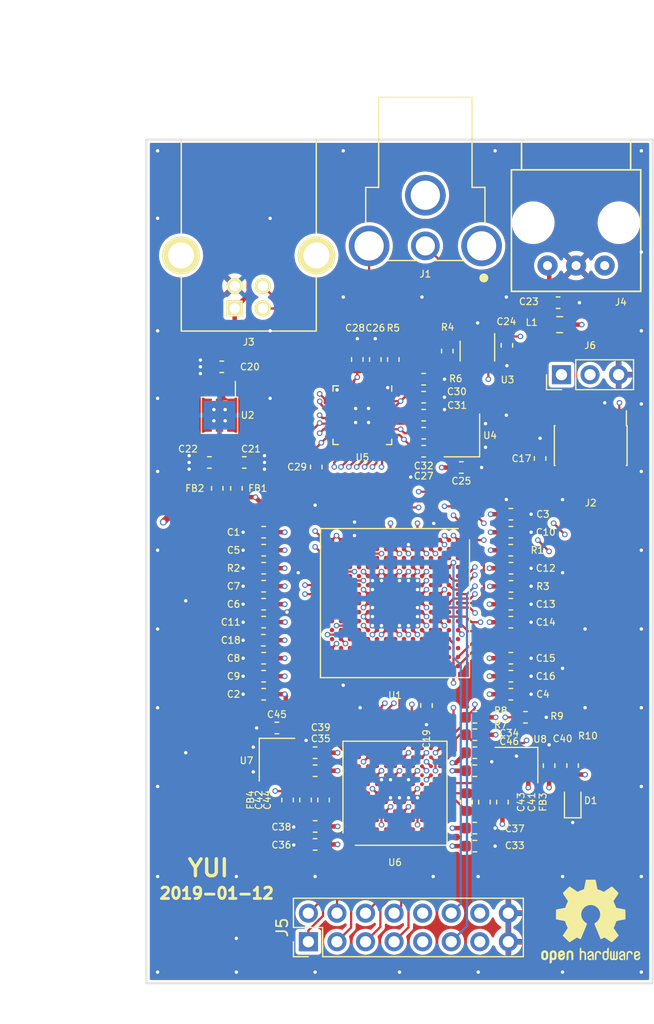
<source format=kicad_pcb>
(kicad_pcb (version 20211014) (generator pcbnew)
  (layers (0 "F.Cu" signal) (1 "In1.Cu" signal) (2 "In2.Cu" signal) (31 "B.Cu" signal) (34 "B.Paste" user) (35 "F.Paste" user) (36 "B.SilkS" user "B.Silkscreen") (37 "F.SilkS" user "F.Silkscreen") (38 "B.Mask" user) (39 "F.Mask" user) (44 "Edge.Cuts" user))
  (net 0 "")
  (net 1 "/ICE40/CRESET")
  (net 2 "/ICE40/CDONE")
  (net 3 "GND")
  (net 4 "/ICE40/VDD1V2")
  (net 5 "/CONNECTORS/VDD5V")
  (net 6 "/ICE40/D5")
  (net 7 "/ICE40/D7")
  (net 8 "/ICE40/D6")
  (net 9 "/ICE40/NE1")
  (net 10 "/ICE40/NWE")
  (net 11 "/ICE40/NOE")
  (net 12 "/ICE40/A0")
  (net 13 "/ICE40/A1")
  (net 14 "/ICE40/A3")
  (net 15 "/ICE40/MCO")
  (net 16 "/ICE40/A2")
  (net 17 "/CONNECTORS/I2S_SD_1")
  (net 18 "/CONNECTORS/I2S_SCK_1")
  (net 19 "/CONNECTORS/I2S_MCLK_1")
  (net 20 "/CONNECTORS/I2S_WS_1")
  (net 21 "/ICE40/24.576MHZ")
  (net 22 "/CONNECTORS/I2S_SCK_2")
  (net 23 "/ICE40/22.5792MHZ")
  (net 24 "/CONNECTORS/I2S_WS_2")
  (net 25 "/CONNECTORS/I2S_MCLK_2")
  (net 26 "/CONNECTORS/I2S_SD_2")
  (net 27 "/ICE40/D2")
  (net 28 "/ICE40/D4")
  (net 29 "/ICE40/D0")
  (net 30 "/ICE40/D1")
  (net 31 "/ICE40/D3")
  (net 32 "/CONNECTORS/DN")
  (net 33 "/CONNECTORS/DP")
  (net 34 "/CONNECTORS/I2C_SCL")
  (net 35 "/CONNECTORS/I2C_SDA")
  (net 36 "/ICE40/SS")
  (net 37 "Net-(R3-Pad1)")
  (net 38 "Net-(R2-Pad1)")
  (net 39 "Net-(R1-Pad1)")
  (net 40 "/ICE40/SCLK")
  (net 41 "Net-(U2-Pad3)")
  (net 42 "Net-(U2-Pad6)")
  (net 43 "/ICE40/MISO")
  (net 44 "/ICE40/MOSI")
  (net 45 "/STM32F7/USB_NXT")
  (net 46 "/STM32F7/USB_DIR")
  (net 47 "/STM32F7/USB_STP")
  (net 48 "/STM32F7/USB_CLK")
  (net 49 "/STM32F7/USB_D7")
  (net 50 "/STM32F7/USB_D6")
  (net 51 "/STM32F7/USB_D5")
  (net 52 "/STM32F7/USB_D4")
  (net 53 "/STM32F7/USB_D3")
  (net 54 "/STM32F7/USB_D2")
  (net 55 "/STM32F7/USB_D1")
  (net 56 "/STM32F7/USB_D0")
  (net 57 "/ULPI/24MHZ")
  (net 58 "Net-(C31-Pad1)")
  (net 59 "Net-(U1-PadA2)")
  (net 60 "Net-(U1-PadA3)")
  (net 61 "Net-(U1-PadA4)")
  (net 62 "Net-(U1-PadA5)")
  (net 63 "Net-(U1-PadA6)")
  (net 64 "Net-(U1-PadA12)")
  (net 65 "Net-(U1-PadB2)")
  (net 66 "Net-(U1-PadB3)")
  (net 67 "/CONNECTORS/RX")
  (net 68 "/CONNECTORS/TX")
  (net 69 "Net-(U1-PadB7)")
  (net 70 "Net-(U1-PadB9)")
  (net 71 "Net-(U1-PadB10)")
  (net 72 "Net-(U1-PadB11)")
  (net 73 "Net-(U1-PadB13)")
  (net 74 "Net-(U1-PadB14)")
  (net 75 "Net-(U1-PadB15)")
  (net 76 "Net-(U1-PadC2)")
  (net 77 "Net-(U1-PadC3)")
  (net 78 "Net-(U1-PadC4)")
  (net 79 "Net-(U1-PadC5)")
  (net 80 "Net-(U1-PadC6)")
  (net 81 "Net-(U1-PadC9)")
  (net 82 "Net-(U1-PadC11)")
  (net 83 "Net-(U1-PadC13)")
  (net 84 "Net-(U1-PadC14)")
  (net 85 "Net-(U1-PadC15)")
  (net 86 "Net-(U1-PadD1)")
  (net 87 "Net-(U1-PadD3)")
  (net 88 "Net-(U1-PadD4)")
  (net 89 "Net-(U1-PadD5)")
  (net 90 "Net-(U1-PadD6)")
  (net 91 "Net-(U1-PadD7)")
  (net 92 "Net-(U1-PadD8)")
  (net 93 "Net-(U1-PadD10)")
  (net 94 "Net-(U1-PadD12)")
  (net 95 "Net-(U1-PadD13)")
  (net 96 "Net-(U1-PadD14)")
  (net 97 "Net-(U1-PadD15)")
  (net 98 "Net-(U1-PadE1)")
  (net 99 "Net-(U1-PadE3)")
  (net 100 "Net-(U1-PadE4)")
  (net 101 "Net-(U1-PadE12)")
  (net 102 "Net-(U1-PadE13)")
  (net 103 "Net-(U1-PadE14)")
  (net 104 "Net-(U1-PadE15)")
  (net 105 "Net-(U1-PadF1)")
  (net 106 "Net-(U1-PadF12)")
  (net 107 "Net-(U1-PadF13)")
  (net 108 "Net-(U1-PadF14)")
  (net 109 "Net-(U1-PadG1)")
  (net 110 "Net-(U1-PadG3)")
  (net 111 "Net-(U1-PadG4)")
  (net 112 "Net-(U1-PadG12)")
  (net 113 "Net-(U1-PadG13)")
  (net 114 "Net-(U1-PadG14)")
  (net 115 "Net-(U1-PadH1)")
  (net 116 "Net-(U1-PadH3)")
  (net 117 "Net-(U1-PadH12)")
  (net 118 "Net-(U1-PadH13)")
  (net 119 "Net-(U1-PadH14)")
  (net 120 "Net-(U1-PadH15)")
  (net 121 "/CONNECTORS/NRST")
  (net 122 "Net-(U1-PadJ2)")
  (net 123 "Net-(U1-PadJ3)")
  (net 124 "Net-(U1-PadJ4)")
  (net 125 "Net-(U1-PadJ12)")
  (net 126 "Net-(U1-PadJ13)")
  (net 127 "Net-(U1-PadJ14)")
  (net 128 "Net-(U1-PadJ15)")
  (net 129 "Net-(U1-PadK1)")
  (net 130 "Net-(U1-PadK2)")
  (net 131 "Net-(U1-PadK3)")
  (net 132 "Net-(U1-PadK4)")
  (net 133 "Net-(U1-PadK12)")
  (net 134 "Net-(U1-PadK14)")
  (net 135 "Net-(U1-PadK15)")
  (net 136 "Net-(U1-PadL1)")
  (net 137 "Net-(U1-PadL2)")
  (net 138 "Net-(U1-PadL3)")
  (net 139 "Net-(U1-PadL4)")
  (net 140 "Net-(C19-Pad2)")
  (net 141 "Net-(U1-PadL13)")
  (net 142 "Net-(U1-PadL14)")
  (net 143 "Net-(U1-PadL15)")
  (net 144 "Net-(U1-PadM3)")
  (net 145 "Net-(U1-PadM4)")
  (net 146 "Net-(U1-PadM5)")
  (net 147 "Net-(U1-PadM6)")
  (net 148 "Net-(U1-PadM7)")
  (net 149 "Net-(U1-PadM8)")
  (net 150 "Net-(U1-PadM9)")
  (net 151 "Net-(U1-PadM12)")
  (net 152 "Net-(U1-PadM13)")
  (net 153 "Net-(U1-PadM14)")
  (net 154 "Net-(U1-PadM15)")
  (net 155 "Net-(U1-PadN2)")
  (net 156 "Net-(U1-PadN3)")
  (net 157 "Net-(U1-PadN4)")
  (net 158 "Net-(U1-PadN5)")
  (net 159 "Net-(U1-PadN6)")
  (net 160 "Net-(U1-PadN7)")
  (net 161 "Net-(U1-PadN8)")
  (net 162 "Net-(U1-PadN10)")
  (net 163 "Net-(U1-PadN11)")
  (net 164 "Net-(U1-PadN12)")
  (net 165 "Net-(U1-PadN13)")
  (net 166 "Net-(U1-PadN14)")
  (net 167 "Net-(U1-PadN15)")
  (net 168 "Net-(U1-PadP2)")
  (net 169 "Net-(U1-PadP3)")
  (net 170 "Net-(U1-PadP5)")
  (net 171 "Net-(U1-PadP6)")
  (net 172 "Net-(U1-PadP7)")
  (net 173 "Net-(U1-PadP8)")
  (net 174 "Net-(U1-PadP10)")
  (net 175 "Net-(U1-PadP11)")
  (net 176 "Net-(U1-PadP13)")
  (net 177 "Net-(U1-PadP14)")
  (net 178 "Net-(U1-PadP15)")
  (net 179 "Net-(U1-PadR10)")
  (net 180 "Net-(U1-PadR11)")
  (net 181 "Net-(U1-PadR12)")
  (net 182 "Net-(U1-PadR14)")
  (net 183 "Net-(U1-PadR15)")
  (net 184 "Net-(R5-Pad1)")
  (net 185 "Net-(U1-PadA9)")
  (net 186 "/CONNECTORS/SWO")
  (net 187 "Net-(U1-PadA13)")
  (net 188 "/CONNECTORS/SWDCLK")
  (net 189 "/CONNECTORS/SWDIO")
  (net 190 "Net-(J3-Pad5)")
  (net 191 "Net-(C18-Pad2)")
  (net 192 "/CONNECTORS/VDD")
  (net 193 "Net-(C21-Pad1)")
  (net 194 "Net-(C22-Pad1)")
  (net 195 "/ICE40/VDD_PLL1")
  (net 196 "/ICE40/VDD_PLL0")
  (net 197 "/ICE40/VSS_PLL0")
  (net 198 "/ICE40/VSS_PLL1")
  (net 199 "Net-(C23-Pad1)")
  (net 200 "Net-(J1-Pad1)")
  (net 201 "Net-(J1-Pad2)")
  (net 202 "Net-(R6-Pad1)")
  (net 203 "Net-(U5-Pad3)")
  (net 204 "Net-(U5-Pad5)")
  (net 205 "Net-(U5-Pad10)")
  (net 206 "Net-(C32-Pad1)")
  (net 207 "Net-(U5-Pad28)")
  (net 208 "Net-(U6-PadA1)")
  (net 209 "Net-(U6-PadJ1)")
  (net 210 "Net-(U6-PadK1)")
  (net 211 "Net-(U6-PadL1)")
  (net 212 "Net-(U6-PadA2)")
  (net 213 "Net-(U6-PadC2)")
  (net 214 "Net-(U6-PadD2)")
  (net 215 "Net-(U6-PadE2)")
  (net 216 "Net-(U6-PadF2)")
  (net 217 "Net-(U6-PadG2)")
  (net 218 "Net-(U6-PadH2)")
  (net 219 "Net-(U6-PadJ2)")
  (net 220 "Net-(U6-PadK2)")
  (net 221 "Net-(U6-PadL2)")
  (net 222 "Net-(U6-PadA3)")
  (net 223 "Net-(U6-PadB3)")
  (net 224 "Net-(U6-PadC3)")
  (net 225 "Net-(U6-PadD3)")
  (net 226 "Net-(U6-PadE3)")
  (net 227 "Net-(U6-PadF3)")
  (net 228 "Net-(U6-PadG3)")
  (net 229 "Net-(U6-PadH3)")
  (net 230 "Net-(U6-PadJ3)")
  (net 231 "Net-(U6-PadK3)")
  (net 232 "Net-(U6-PadL3)")
  (net 233 "Net-(U6-PadA4)")
  (net 234 "Net-(U6-PadB4)")
  (net 235 "Net-(U6-PadC4)")
  (net 236 "Net-(U6-PadF4)")
  (net 237 "Net-(U6-PadJ4)")
  (net 238 "Net-(U6-PadK4)")
  (net 239 "Net-(U6-PadL4)")
  (net 240 "Net-(U6-PadA5)")
  (net 241 "Net-(U6-PadB5)")
  (net 242 "Net-(U6-PadD5)")
  (net 243 "Net-(U6-PadJ5)")
  (net 244 "Net-(U6-PadK5)")
  (net 245 "Net-(U6-PadL5)")
  (net 246 "Net-(U6-PadA6)")
  (net 247 "Net-(U6-PadB6)")
  (net 248 "Net-(U6-PadA7)")
  (net 249 "Net-(U6-PadC7)")
  (net 250 "Net-(U6-PadD7)")
  (net 251 "Net-(U6-PadH7)")
  (net 252 "Net-(U6-PadJ7)")
  (net 253 "Net-(U6-PadK7)")
  (net 254 "Net-(U6-PadL7)")
  (net 255 "Net-(U6-PadA8)")
  (net 256 "Net-(U6-PadB8)")
  (net 257 "Net-(U6-PadC8)")
  (net 258 "Net-(U6-PadE8)")
  (net 259 "Net-(U6-PadG8)")
  (net 260 "Net-(U6-PadJ8)")
  (net 261 "Net-(U6-PadL8)")
  (net 262 "Net-(U6-PadA9)")
  (net 263 "Net-(U6-PadB9)")
  (net 264 "Net-(U6-PadC9)")
  (net 265 "Net-(U6-PadD9)")
  (net 266 "Net-(U6-PadE9)")
  (net 267 "Net-(U6-PadF9)")
  (net 268 "Net-(U6-PadG9)")
  (net 269 "Net-(U6-PadH9)")
  (net 270 "Net-(U6-PadB10)")
  (net 271 "Net-(U6-PadH10)")
  (net 272 "Net-(J2-Pad7)")
  (net 273 "Net-(J2-Pad8)")
  (net 274 "/CONNECTORS/SPDIF_TOSLINK")
  (net 275 "/CONNECTORS/SPDIF_COAXIAL")
  (net 276 "/CONNECTORS/RESET1")
  (net 277 "/CONNECTORS/RESET2")
  (footprint "YUI:67068-8000" (layer "F.Cu") (at 130.6 45.3 180)
    (fp_text reference "J3")
    (fp_text value "67068-8000")
  )
  (footprint "YUI:KC3225K" (layer "F.Cu") (at 154.4 90.6 180)
    (fp_text reference "U8")
    (fp_text value "KC3225K24.5760C10E00")
  )
  (footprint "YUI:KC3225K" (layer "F.Cu") (at 133.110154 90.120041 -90)
    (fp_text reference "U7")
    (fp_text value "KC3225K22.5792C10E00")
  )
  (footprint "YUI:KC3225K" (layer "F.Cu") (at 149.55 61.3 90)
    (fp_text reference "U4")
    (fp_text value "KC3225K24.0000C1GE00")
  )
  (footprint "Capacitor_SMD:C_0603_1608Metric" (layer "F.Cu") (at 131.925 74.7 180)
    (fp_text reference "C7")
    (fp_text value "100nF")
  )
  (footprint "Capacitor_SMD:C_0603_1608Metric" (layer "F.Cu") (at 131.925 76.3 180)
    (fp_text reference "C6")
    (fp_text value "100nF")
  )
  (footprint "Resistor_SMD:R_0603_1608Metric" (layer "F.Cu") (at 153.8875 71.5)
    (fp_text reference "R1")
    (fp_text value "10k")
  )
  (footprint "Resistor_SMD:R_0603_1608Metric" (layer "F.Cu") (at 131.925 73.1 180)
    (fp_text reference "R2")
    (fp_text value "10k")
  )
  (footprint "Resistor_SMD:R_0603_1608Metric" (layer "F.Cu") (at 153.911419 74.715596)
    (fp_text reference "R3")
    (fp_text value "10k")
  )
  (footprint "Capacitor_SMD:C_0603_1608Metric" (layer "F.Cu") (at 156.5 63.35 -90)
    (fp_text reference "C17")
    (fp_text value "100nF")
  )
  (footprint "Capacitor_SMD:C_0603_1608Metric" (layer "F.Cu") (at 153.9 82.7)
    (fp_text reference "C16")
    (fp_text value "100nF")
  )
  (footprint "Capacitor_SMD:C_0603_1608Metric" (layer "F.Cu") (at 153.9125 73.1)
    (fp_text reference "C12")
    (fp_text value "100nF")
  )
  (footprint "Capacitor_SMD:C_0603_1608Metric" (layer "F.Cu") (at 131.925 84.3 180)
    (fp_text reference "C2")
    (fp_text value "1uF")
  )
  (footprint "Capacitor_SMD:C_0603_1608Metric" (layer "F.Cu") (at 146.15 57.9)
    (fp_text reference "C30")
    (fp_text value "1uF")
  )
  (footprint "Inductor_SMD:L_0805_2012Metric" (layer "F.Cu") (at 158.2375 51.45)
    (fp_text reference "L1")
    (fp_text value "47uH")
  )
  (footprint "Capacitor_SMD:C_0603_1608Metric" (layer "F.Cu") (at 135.65 93.7 -90)
    (fp_text reference "C42")
    (fp_text value "1uF")
  )
  (footprint "Inductor_SMD:L_0603_1608Metric" (layer "F.Cu") (at 134.05 93.7 -90)
    (fp_text reference "FB4")
    (fp_text value "MPZ1608S221A")
  )
  (footprint "Capacitor_SMD:C_0603_1608Metric" (layer "F.Cu") (at 136.5 96.05 180)
    (fp_text reference "C38")
    (fp_text value "100nF")
  )
  (footprint "Capacitor_SMD:C_0603_1608Metric" (layer "F.Cu") (at 157.3 90.65 90)
    (fp_text reference "C40")
    (fp_text value "100nF")
  )
  (footprint "Capacitor_SMD:C_0603_1608Metric" (layer "F.Cu") (at 136.5 91.1 180)
    (fp_text reference "C39")
    (fp_text value "100nF")
  )
  (footprint "Capacitor_SMD:C_0603_1608Metric" (layer "F.Cu") (at 136.5 97.65 180)
    (fp_text reference "C36")
    (fp_text value "1uF")
  )
  (footprint "Capacitor_SMD:C_0603_1608Metric" (layer "F.Cu") (at 136.5 89.5 180)
    (fp_text reference "C35")
    (fp_text value "1uF")
  )
  (footprint "Capacitor_SMD:C_0603_1608Metric" (layer "F.Cu") (at 137.25 93.7 -90)
    (fp_text reference "C44")
    (fp_text value "100nF")
  )
  (footprint "Capacitor_SMD:C_0603_1608Metric" (layer "F.Cu") (at 150.7 89.5)
    (fp_text reference "C34")
    (fp_text value "1uF")
  )
  (footprint "Capacitor_SMD:C_0603_1608Metric" (layer "F.Cu") (at 150.7 96.2)
    (fp_text reference "C37")
    (fp_text value "100nF")
  )
  (footprint "Resistor_SMD:R_0603_1608Metric" (layer "F.Cu") (at 150.7 86.35)
    (fp_text reference "R8")
    (fp_text value "10k")
  )
  (footprint "Connector_PinHeader_2.54mm:PinHeader_2x08_P2.54mm_Vertical" (layer "F.Cu") (at 135.9 106.3 90)
    (fp_text reference "J5")
    (fp_text value "Conn_02x08_Odd_Even")
  )
  (footprint "YUI:PLR135-T9" (layer "F.Cu") (at 159.7 46.2)
    (fp_text reference "J4")
    (fp_text value "PLR135/T9")
  )
  (footprint "Resistor_SMD:R_0603_1608Metric" (layer "F.Cu") (at 148.25 53.8 -90)
    (fp_text reference "R4")
    (fp_text value "300")
  )
  (footprint "Package_TO_SOT_SMD:TSOT-23-5" (layer "F.Cu") (at 150.95 53.8 -90)
    (fp_text reference "U3")
    (fp_text value "NBA3N012C")
  )
  (footprint "Capacitor_SMD:C_0603_1608Metric" (layer "F.Cu") (at 153.55 53.2875 -90)
    (fp_text reference "C24")
    (fp_text value "100nF")
  )
  (footprint "YUI:CUI_RCJ-017" (layer "F.Cu") (at 146.3 38.5 -90)
    (fp_text reference "J1")
    (fp_text value "Conn_Coaxial")
  )
  (footprint "Symbol:OSHW-Logo2_9.8x8mm_SilkScreen" (layer "F.Cu") (at 161 104.5)
    (fp_text reference "LOGO1" hide)
    (fp_text value "Logo_Open_Hardware_Large" hide)
  )
  (footprint "Resistor_SMD:R_0603_1608Metric" (layer "F.Cu") (at 150.7 87.9)
    (fp_text reference "R7")
    (fp_text value "10k")
  )
  (footprint "Resistor_SMD:R_0603_1608Metric" (layer "F.Cu") (at 159.39 90.6475 -90)
    (fp_text reference "R10")
    (fp_text value "2k2")
  )
  (footprint "Resistor_SMD:R_0603_1608Metric" (layer "F.Cu") (at 155.2 86.35)
    (fp_text reference "R9")
    (fp_text value "10k")
  )
  (footprint "LED_SMD:LED_0603_1608Metric" (layer "F.Cu") (at 159.4 93.8 90)
    (fp_text reference "D1")
    (fp_text value "LED")
  )
  (footprint "Inductor_SMD:L_0603_1608Metric" (layer "F.Cu") (at 153.152603 93.888661 90)
    (fp_text reference "FB3")
    (fp_text value "MPZ1608S221A")
  )
  (footprint "Capacitor_SMD:C_0603_1608Metric" (layer "F.Cu") (at 130.2 63.7)
    (fp_text reference "C21")
    (fp_text value "2.2uF")
  )
  (footprint "Capacitor_SMD:C_0603_1608Metric" (layer "F.Cu") (at 127.1 63.7 180)
    (fp_text reference "C22")
    (fp_text value "2.2uF")
  )
  (footprint "Capacitor_SMD:C_0603_1608Metric" (layer "F.Cu") (at 150.7 97.8)
    (fp_text reference "C33")
    (fp_text value "1uF")
  )
  (footprint "Capacitor_SMD:C_0603_1608Metric" (layer "F.Cu") (at 128.2 55.2 180)
    (fp_text reference "C20")
    (fp_text value "2.2uF")
  )
  (footprint "Capacitor_SMD:C_0603_1608Metric" (layer "F.Cu") (at 149.952603 93.888661 90)
    (fp_text reference "C43")
    (fp_text value "100nF")
  )
  (footprint "Capacitor_SMD:C_0603_1608Metric" (layer "F.Cu") (at 151.552603 93.888661 90)
    (fp_text reference "C41")
    (fp_text value "1uF")
  )
  (footprint "Package_BGA:BGA-121_9.0x9.0mm_Layout11x11_P0.8mm_Ball0.4mm_Pad0.35mm_NSMD" (layer "F.Cu") (at 143.6 93.1 90)
    (fp_text reference "U6")
    (fp_text value "ICE40HX8K-BG121")
  )
  (footprint "Inductor_SMD:L_0603_1608Metric" (layer "F.Cu") (at 127.8 66 90)
    (fp_text reference "FB2")
    (fp_text value "MPZ1608S221A")
  )
  (footprint "Inductor_SMD:L_0603_1608Metric" (layer "F.Cu") (at 129.5 66 -90)
    (fp_text reference "FB1")
    (fp_text value "MPZ1608S221A")
  )
  (footprint "Resistor_SMD:R_0603_1608Metric" (layer "F.Cu") (at 143.45 54.55 90)
    (fp_text reference "R5")
    (fp_text value "10k")
  )
  (footprint "Resistor_SMD:R_0603_1608Metric" (layer "F.Cu") (at 146.15 56.3)
    (fp_text reference "R6")
    (fp_text value "12k")
  )
  (footprint "Package_DFN_QFN:QFN-32-1EP_5x5mm_P0.5mm_EP3.45x3.45mm" (layer "F.Cu") (at 140.7 59.5 -90)
    (fp_text reference "U5")
    (fp_text value "USB3300-EZK")
  )
  (footprint "Capacitor_SMD:C_0603_1608Metric" (layer "F.Cu") (at 131.925 69.9 180)
    (fp_text reference "C1")
    (fp_text value "4.7uF")
  )
  (footprint "Capacitor_SMD:C_0603_1608Metric" (layer "F.Cu") (at 133.1 87.3 180)
    (fp_text reference "C45")
    (fp_text value "100nF")
  )
  (footprint "Capacitor_SMD:C_0603_1608Metric" (layer "F.Cu") (at 150.7 91.1)
    (fp_text reference "C46")
    (fp_text value "100nF")
  )
  (footprint "Capacitor_SMD:C_0603_1608Metric" (layer "F.Cu") (at 153.9 81.1)
    (fp_text reference "C15")
    (fp_text value "100nF")
  )
  (footprint "Capacitor_SMD:C_0603_1608Metric" (layer "F.Cu") (at 153.9 77.9)
    (fp_text reference "C14")
    (fp_text value "100nF")
  )
  (footprint "Capacitor_SMD:C_0603_1608Metric" (layer "F.Cu") (at 153.9 76.3)
    (fp_text reference "C13")
    (fp_text value "100nF")
  )
  (footprint "Capacitor_SMD:C_0603_1608Metric" (layer "F.Cu") (at 131.922984 77.892094 180)
    (fp_text reference "C11")
    (fp_text value "100nF")
  )
  (footprint "Capacitor_SMD:C_0603_1608Metric" (layer "F.Cu") (at 131.9 79.5)
    (fp_text reference "C18")
    (fp_text value "2.2uF")
  )
  (footprint "Capacitor_SMD:C_0603_1608Metric" (layer "F.Cu") (at 131.925 82.7 180)
    (fp_text reference "C9")
    (fp_text value "100nF")
  )
  (footprint "Capacitor_SMD:C_0603_1608Metric" (layer "F.Cu") (at 146.15 61.1)
    (fp_text reference "C32")
    (fp_text value "4.7uF")
  )
  (footprint "Capacitor_SMD:C_0603_1608Metric" (layer "F.Cu") (at 131.925 71.5 180)
    (fp_text reference "C5")
    (fp_text value "100nF")
  )
  (footprint "Capacitor_SMD:C_0603_1608Metric" (layer "F.Cu") (at 153.9 84.3)
    (fp_text reference "C4")
    (fp_text value "1uF")
  )
  (footprint "Capacitor_SMD:C_0603_1608Metric" (layer "F.Cu") (at 153.9 68.3)
    (fp_text reference "C3")
    (fp_text value "1uF")
  )
  (footprint "Capacitor_SMD:C_0603_1608Metric" (layer "F.Cu") (at 136.6 64.1 -90)
    (fp_text reference "C29")
    (fp_text value "1uF")
  )
  (footprint "Capacitor_SMD:C_0603_1608Metric" (layer "F.Cu") (at 153.9 69.9)
    (fp_text reference "C10")
    (fp_text value "100nF")
  )
  (footprint "Capacitor_SMD:C_0603_1608Metric" (layer "F.Cu") (at 146.15 59.5)
    (fp_text reference "C31")
    (fp_text value "4.7uF")
  )
  (footprint "Capacitor_SMD:C_0603_1608Metric" (layer "F.Cu") (at 146.4 85.3 90)
    (fp_text reference "C19")
    (fp_text value "2.2uF")
  )
  (footprint "Capacitor_SMD:C_0603_1608Metric" (layer "F.Cu") (at 140.25 54.55 90)
    (fp_text reference "C28")
    (fp_text value "1uF")
  )
  (footprint "Capacitor_SMD:C_0603_1608Metric" (layer "F.Cu") (at 146.15 62.7)
    (fp_text reference "C27")
    (fp_text value "1uF")
  )
  (footprint "Capacitor_SMD:C_0603_1608Metric" (layer "F.Cu") (at 141.85 54.55 -90)
    (fp_text reference "C26")
    (fp_text value "4.7uF")
  )
  (footprint "Capacitor_SMD:C_0603_1608Metric" (layer "F.Cu") (at 149.5 64.15)
    (fp_text reference "C25")
    (fp_text value "100nF")
  )
  (footprint "Capacitor_SMD:C_0603_1608Metric" (layer "F.Cu") (at 131.925 81.1 180)
    (fp_text reference "C8")
    (fp_text value "100nF")
  )
  (footprint "Connector_PinHeader_1.27mm:PinHeader_2x05_P1.27mm_Vertical_SMD" (layer "F.Cu") (at 161 62.2 -90)
    (fp_text reference "J2")
    (fp_text value "Conn_ARM_JTAG_SWD_10")
  )
  (footprint "Package_SO:MSOP-8-1EP_3x3mm_P0.65mm_EP2.54x2.8mm_ThermalVias" (layer "F.Cu") (at 128 59.5 -90)
    (fp_text reference "U2")
    (fp_text value "MIC5355-S4YMME")
  )
  (footprint "Connector_PinHeader_2.54mm:PinHeader_1x03_P2.54mm_Vertical" (layer "F.Cu") (at 158.4 55.9 90)
    (fp_text reference "J6")
    (fp_text value "Conn_01x03")
  )
  (footprint "Capacitor_SMD:C_0603_1608Metric" (layer "F.Cu") (at 158.1 49.5)
    (fp_text reference "C23")
    (fp_text value "100nF")
  )
  (footprint "Package_BGA:TFBGA-216_13x13mm_Layout15x15_P0.8mm" (layer "F.Cu") (at 143.6 76.2 -90)
    (fp_text reference "U1")
    (fp_text value "STM32F765NIHx")
  )
  (gr_line (start 121.5 110) (end 166.5 110) (layer "Edge.Cuts") (width 0.15))
  (gr_line (start 166.5 110) (end 166.5 35) (layer "Edge.Cuts") (width 0.15))
  (gr_line (start 166.5 35) (end 121.5 35) (layer "Edge.Cuts") (width 0.15))
  (gr_line (start 121.5 35) (end 121.5 110) (layer "Edge.Cuts") (width 0.15))
  (gr_text "2019-01-12" (at 127.75 102) (layer "F.SilkS") (effects (font (size 1 1) (thickness 0.25))))
  (gr_text "YUI" (at 127 99.75) (layer "F.SilkS") (effects (font (size 1.5 1.5) (thickness 0.3))))
  (segment (start 157.3 71.599972) (end 157.3 71.6) (width 0.2) (layer "F.Cu") (net 1))
  (segment (start 149 88.275) (end 149.375 87.9) (width 0.2) (layer "F.Cu") (net 1))
  (segment (start 151 70.6) (end 148.8 68.4) (width 0.2) (layer "F.Cu") (net 1))
  (segment (start 149.2 70.6) (end 148.8 70.2) (width 0.2) (layer "F.Cu") (net 1))
  (segment (start 155.050001 88.649997) (end 155.3 88.399998) (width 0.2) (layer "F.Cu") (net 1))
  (segment (start 156.300028 70.6) (end 157.3 71.599972) (width 0.2) (layer "F.Cu") (net 1))
  (segment (start 149.9125 87.9) (end 150.662497 88.649997) (width 0.2) (layer "F.Cu") (net 1))
  (segment (start 149 89.3) (end 149 88.275) (width 0.2) (layer "F.Cu") (net 1))
  (segment (start 149.375 87.9) (end 149.9125 87.9) (width 0.2) (layer "F.Cu") (net 1))
  (segment (start 150.662497 88.649997) (end 155.050001 88.649997) (width 0.2) (layer "F.Cu") (net 1))
  (segment (start 151.5 70.6) (end 151 70.6) (width 0.2) (layer "F.Cu") (net 1))
  (segment (start 147.6 90.7) (end 149 89.3) (width 0.2) (layer "F.Cu") (net 1))
  (via (at 155.3 88.399998) (size 0.5) (drill 0.3) (layers "F.Cu" "B.Cu") (net 1))
  (via (at 156.300028 70.6) (size 0.5) (drill 0.3) (layers "F.Cu" "B.Cu") (net 1))
  (via (at 157.3 71.6) (size 0.5) (drill 0.3) (layers "F.Cu" "B.Cu") (net 1))
  (via (at 148.8 70.2) (size 0.5) (drill 0.3) (layers "F.Cu" "B.Cu") (net 1))
  (via (at 148.8 68.4) (size 0.5) (drill 0.3) (layers "F.Cu" "B.Cu") (net 1))
  (via (at 151.5 70.6) (size 0.5) (drill 0.3) (layers "F.Cu" "B.Cu") (net 1))
  (segment (start 146.4 91.9) (end 146.8 91.5) (width 0.2) (layer "F.Cu") (net 2))
  (segment (start 158.7 70.1) (end 158.70002 70.1) (width 0.2) (layer "F.Cu") (net 2))
  (segment (start 148.4 70.6) (end 148 70.2) (width 0.2) (layer "F.Cu") (net 2))
  (segment (start 157.7 69.1) (end 158.7 70.1) (width 0.2) (layer "F.Cu") (net 2))
  (segment (start 159.4 93.0125) (end 159.4 91.445) (width 0.4) (layer "F.Cu") (net 2))
  (segment (start 150 67.6) (end 148 67.6) (width 0.2) (layer "F.Cu") (net 2))
  (segment (start 160.485 91.435) (end 160.5 91.45) (width 0.2) (layer "F.Cu") (net 2))
  (segment (start 159.4 91.445) (end 159.39 91.435) (width 0.2) (layer "F.Cu") (net 2))
  (segment (start 159.39 91.435) (end 160.485 91.435) (width 0.4) (layer "F.Cu") (net 2))
  (segment (start 151.5 69.1) (end 150 67.6) (width 0.2) (layer "F.Cu") (net 2))
  (via (at 148 67.6) (size 0.5) (drill 0.3) (layers "F.Cu" "B.Cu") (net 2))
  (via (at 157.7 69.1) (size 0.5) (drill 0.3) (layers "F.Cu" "B.Cu") (net 2))
  (via (at 151.5 69.1) (size 0.5) (drill 0.3) (layers "F.Cu" "B.Cu") (net 2))
  (via (at 148 70.2) (size 0.5) (drill 0.3) (layers "F.Cu" "B.Cu") (net 2))
  (via (at 146.4 91.9) (size 0.5) (drill 0.3) (layers "F.Cu" "B.Cu") (net 2))
  (via (at 160.5 91.45) (size 0.5) (drill 0.3) (layers "F.Cu" "B.Cu") (net 2))
  (via (at 158.70002 70.1) (size 0.5) (drill 0.3) (layers "F.Cu" "B.Cu") (net 2))
  (segment (start 142.8 77.8) (end 142.4 78.2) (width 0.2) (layer "F.Cu") (net 3))
  (segment (start 141.6 74.2) (end 142 74.6) (width 0.2) (layer "F.Cu") (net 3))
  (segment (start 145.2 74.6) (end 145.6 74.2) (width 0.2) (layer "F.Cu") (net 3))
  (segment (start 144.4 74.6) (end 144.8 74.2) (width 0.2) (layer "F.Cu") (net 3))
  (segment (start 142 77) (end 141.6 77.4) (width 0.2) (layer "F.Cu") (net 3))
  (segment (start 143.6 77.8) (end 144 78.2) (width 0.2) (layer "F.Cu") (net 3))
  (segment (start 142 77.8) (end 141.6 78.2) (width 0.2) (layer "F.Cu") (net 3))
  (segment (start 141.6 75) (end 142 75.4) (width 0.2) (layer "F.Cu") (net 3))
  (segment (start 143.6 74.6) (end 144 74.2) (width 0.2) (layer "F.Cu") (net 3))
  (segment (start 145.2 77.8) (end 145.6 78.2) (width 0.2) (layer "F.Cu") (net 3))
  (segment (start 145.2 75.4) (end 145.6 75) (width 0.2) (layer "F.Cu") (net 3))
  (segment (start 144.4 77.8) (end 144.8 78.2) (width 0.2) (layer "F.Cu") (net 3))
  (segment (start 145.2 76.2) (end 145.6 76.6) (width 0.2) (layer "F.Cu") (net 3))
  (segment (start 142.4 74.2) (end 142.8 74.6) (width 0.2) (layer "F.Cu") (net 3))
  (segment (start 145.2 77) (end 145.6 77.4) (width 0.2) (layer "F.Cu") (net 3))
  (segment (start 144.4 93.1) (end 144.8 93.5) (width 0.2) (layer "F.Cu") (net 3))
  (segment (start 147.5 59.5) (end 148 59) (width 0.2) (layer "F.Cu") (net 3))
  (segment (start 154.6875 76.3) (end 155.7 76.3) (width 0.2) (layer "F.Cu") (net 3))
  (segment (start 150.95 52.49) (end 150.95 51.3) (width 0.2) (layer "F.Cu") (net 3))
  (segment (start 153.35 89.775) (end 154.375 89.775) (width 0.2) (layer "F.Cu") (net 3))
  (segment (start 131.1125 79.5) (end 130.1 79.5) (width 0.2) (layer "F.Cu") (net 3))
  (segment (start 151.4875 89.5875) (end 152.2 90.3) (width 0.2) (layer "F.Cu") (net 3))
  (segment (start 142.8 93.9) (end 143.2 93.5) (width 0.2) (layer "F.Cu") (net 3))
  (segment (start 151.4875 91.0125) (end 152.2 90.3) (width 0.2) (layer "F.Cu") (net 3))
  (segment (start 130.107906 77.892094) (end 130.1 77.9) (width 0.2) (layer "F.Cu") (net 3))
  (segment (start 150.2875 64.15) (end 151.3 64.15) (width 0.2) (layer "F.Cu") (net 3))
  (segment (start 142.45 57.0625) (end 142.4525 57.06) (width 0.2) (layer "F.Cu") (net 3))
  (segment (start 132.285154 89.070041) (end 131.070041 89.070041) (width 0.2) (layer "F.Cu") (net 3))
  (segment (start 146.9375 59.5) (end 147.5 59.5) (width 0.2) (layer "F.Cu") (net 3))
  (segment (start 146.4 86.0875) (end 146.4 87) (width 0.2) (layer "F.Cu") (net 3))
  (segment (start 143.6 92.3) (end 143.2 91.9) (width 0.2) (layer "F.Cu") (net 3))
  (segment (start 131.029959 91.170041) (end 131 91.2) (width 0.2) (layer "F.Cu") (net 3))
  (segment (start 135.7125 88.4125) (end 135.7 88.4) (width 0.2) (layer "F.Cu") (net 3))
  (segment (start 143.6 93.9) (end 144 93.5) (width 0.2) (layer "F.Cu") (net 3))
  (segment (start 159.4 94.5875) (end 159.4 95.7) (width 0.2) (layer "F.Cu") (net 3))
  (segment (start 131.1375 69.9) (end 130.1 69.9) (width 0.2) (layer "F.Cu") (net 3))
  (segment (start 131.1375 73.1) (end 130.1 73.1) (width 0.2) (layer "F.Cu") (net 3))
  (segment (start 131.070041 89.070041) (end 131 89) (width 0.2) (layer "F.Cu") (net 3))
  (segment (start 132.285154 91.170041) (end 131.029959 91.170041) (width 0.2) (layer "F.Cu") (net 3))
  (segment (start 141.85 53.7625) (end 141.85 52.699992) (width 0.4) (layer "F.Cu") (net 3))
  (segment (start 153.55 54.075) (end 153.55 55.1) (width 0.2) (layer "F.Cu") (net 3))
  (segment (start 142 76.2) (end 141.6 76.6) (width 0.2) (layer "F.Cu") (net 3))
  (segment (start 131.1375 81.1) (end 130.1 81.1) (width 0.2) (layer "F.Cu") (net 3))
  (segment (start 157.3 89.8625) (end 157.3 88.8) (width 0.2) (layer "F.Cu") (net 3))
  (segment (start 131.1375 74.7) (end 130.1 74.7) (width 0.2) (layer "F.Cu") (net 3))
  (segment (start 154.425 89.775) (end 154.4 89.8) (width 0.2) (layer "F.Cu") (net 3))
  (segment (start 132.3125 87.3) (end 131.3 87.3) (width 0.2) (layer "F.Cu") (net 3))
  (segment (start 154.6875 69.9) (end 155.7 69.9) (width 0.2) (layer "F.Cu") (net 3))
  (segment (start 131.135484 77.892094) (end 130.107906 77.892094) (width 0.2) (layer "F.Cu") (net 3))
  (segment (start 131.1375 82.7) (end 130.1 82.7) (width 0.2) (layer "F.Cu") (net 3))
  (segment (start 135.7125 97.65) (end 134.65 97.65) (width 0.2) (layer "F.Cu") (net 3))
  (segment (start 131.1375 71.5) (end 130.1 71.5) (width 0.2) (layer "F.Cu") (net 3))
  (segment (start 156.5 62.5625) (end 156.5 61.55) (width 0.2) (layer "F.Cu") (net 3))
  (segment (start 158.8875 49.5) (end 160 49.5) (width 0.2) (layer "F.Cu") (net 3))
  (segment (start 138.2625 57.43751) (end 138.45001 57.25) (width 0.2) (layer "F.Cu") (net 3))
  (segment (start 154.6875 68.3) (end 155.700002 68.3) (width 0.2) (layer "F.Cu") (net 3))
  (segment (start 142.8 93.1) (end 143.2 93.5) (width 0.2) (layer "F.Cu") (net 3))
  (segment (start 134.65 96.05) (end 134.6 96.1) (width 0.2) (layer "F.Cu") (net 3))
  (segment (start 140.4 70.6) (end 140 70.2) (width 0.2) (layer "F.Cu") (net 3))
  (segment (start 162.27 60.25) (end 162.27 58.42) (width 0.2) (layer "F.Cu") (net 3))
  (segment (start 145.2 71.4) (end 144.8 71) (width 0.2) (layer "F.Cu") (net 3))
  (segment (start 140 70.2) (end 140 70.200008) (width 0.2) (layer "F.Cu") (net 3))
  (segment (start 140.25 53.7625) (end 140.25 52.7) (width 0.2) (layer "F.Cu") (net 3))
  (segment (start 134.65 97.65) (end 134.6 97.7) (width 0.2) (layer "F.Cu") (net 3))
  (segment (start 154.6875 81.1) (end 155.7 81.1) (width 0.2) (layer "F.Cu") (net 3))
  (segment (start 142.8 92.3) (end 142.4 91.9) (width 0.2) (layer "F.Cu") (net 3))
  (segment (start 155.684404 74.715596) (end 155.7 74.7) (width 0.2) (layer "F.Cu") (net 3))
  (segment (start 151.4875 89.5) (end 151.4875 89.5875) (width 0.2) (layer "F.Cu") (net 3))
  (segment (start 150.375 62.35) (end 151.65 62.35) (width 0.2) (layer "F.Cu") (net 3))
  (segment (start 151.4875 97.8) (end 152.5 97.8) (width 0.2) (layer "F.Cu") (net 3))
  (segment (start 135.7125 91.1) (end 135.7125 89.5) (width 0.2) (layer "F.Cu") (net 3))
  (segment (start 143.6 93.1) (end 144 93.5) (width 0.2) (layer "F.Cu") (net 3))
  (segment (start 155.9875 86.35) (end 157.05 86.35) (width 0.2) (layer "F.Cu") (net 3))
  (segment (start 154.6875 77.9) (end 155.699996 77.9) (width 0.2) (layer "F.Cu") (net 3))
  (segment (start 138.2625 57.75) (end 138.2625 57.43751) (width 0.2) (layer "F.Cu") (net 3))
  (segment (start 144.4 92.3) (end 144.8 91.9) (width 0.2) (layer "F.Cu") (net 3))
  (segment (start 155.45 89.775) (end 154.425 89.775) (width 0.2) (layer "F.Cu") (net 3))
  (segment (start 151.4875 91.1) (end 151.4875 91.0125) (width 0.2) (layer "F.Cu") (net 3))
  (segment (start 150.375 60.25) (end 151.65 60.25) (width 0.2) (layer "F.Cu") (net 3))
  (segment (start 135.7125 89.5) (end 135.7125 88.4125) (width 0.2) (layer "F.Cu") (net 3))
  (segment (start 151.4875 96.2) (end 152.5 96.2) (width 0.2) (layer "F.Cu") (net 3))
  (segment (start 154.698919 74.715596) (end 155.684404 74.715596) (width 0.2) (layer "F.Cu") (net 3))
  (segment (start 144.4 93.9) (end 144.8 93.5) (width 0.2) (layer "F.Cu") (net 3))
  (segment (start 146.9375 56.3) (end 148 56.3) (width 0.2) (layer "F.Cu") (net 3))
  (segment (start 154.6875 84.3) (end 155.7 84.3) (width 0.2) (layer "F.Cu") (net 3))
  (segment (start 154.7 73.1) (end 155.7 73.1) (width 0.2) (layer "F.Cu") (net 3))
  (segment (start 131.1375 84.3) (end 130.1 84.3) (width 0.2) (layer "F.Cu") (net 3))
  (segment (start 145.2 93.9) (end 145.6 93.5) (width 0.2) (layer "F.Cu") (net 3))
  (segment (start 141.2 74.6) (end 141.6 74.2) (width 0.2) (layer "F.Cu") (net 3))
  (segment (start 146.9375 57.9) (end 148 57.9) (width 0.2) (layer "F.Cu") (net 3))
  (segment (start 162.27 58.42) (end 162.25 58.4) (width 0.2) (layer "F.Cu") (net 3))
  (segment (start 154.375 89.775) (end 154.4 89.8) (width 0.2) (layer "F.Cu") (net 3))
  (segment (start 154.6875 82.7) (end 155.7 82.7) (width 0.2) (layer "F.Cu") (net 3))
  (segment (start 139.6 70.6) (end 140 70.2) (width 0.2) (layer "F.Cu") (net 3))
  (segment (start 131.1375 76.3) (end 130.1 76.3) (width 0.2) (layer "F.Cu") (net 3))
  (segment (start 135.7125 96.05) (end 134.65 96.05) (width 0.2) (layer "F.Cu") (net 3))
  (via (at 141.6 75) (size 0.5) (drill 0.3) (layers "F.Cu" "B.Cu") (net 3))
  (via (at 145.6 77.4) (size 0.5) (drill 0.3) (layers "F.Cu" "B.Cu") (net 3))
  (via (at 145.6 75) (size 0.5) (drill 0.3) (layers "F.Cu" "B.Cu") (net 3))
  (via (at 145.6 74.2) (size 0.5) (drill 0.3) (layers "F.Cu" "B.Cu") (net 3))
  (via (at 142.4 74.2) (size 0.5) (drill 0.3) (layers "F.Cu" "B.Cu") (net 3))
  (via (at 142.4 78.2) (size 0.5) (drill 0.3) (layers "F.Cu" "B.Cu") (net 3))
  (via (at 144.8 78.2) (size 0.5) (drill 0.3) (layers "F.Cu" "B.Cu") (net 3))
  (via (at 144 74.2) (size 0.5) (drill 0.3) (layers "F.Cu" "B.Cu") (net 3))
  (via (at 145.6 76.6) (size 0.5) (drill 0.3) (layers "F.Cu" "B.Cu") (net 3))
  (via (at 144.8 74.2) (size 0.5) (drill 0.3) (layers "F.Cu" "B.Cu") (net 3))
  (via (at 141.6 77.4) (size 0.5) (drill 0.3) (layers "F.Cu" "B.Cu") (net 3))
  (via (at 141.6 74.2) (size 0.5) (drill 0.3) (layers "F.Cu" "B.Cu") (net 3))
  (via (at 141.6 78.2) (size 0.5) (drill 0.3) (layers "F.Cu" "B.Cu") (net 3))
  (via (at 145.6 78.2) (size 0.5) (drill 0.3) (layers "F.Cu" "B.Cu") (net 3))
  (via (at 144 78.2) (size 0.5) (drill 0.3) (layers "F.Cu" "B.Cu") (net 3))
  (via (at 154.4 89.8) (size 0.5) (drill 0.3) (layers "F.Cu" "B.Cu") (net 3))
  (via (at 157.05 86.35) (size 0.5) (drill 0.3) (layers "F.Cu" "B.Cu") (net 3))
  (via (at 130.1 76.3) (size 0.5) (drill 0.3) (layers "F.Cu" "B.Cu") (net 3))
  (via (at 152.2 90.3) (size 0.5) (drill 0.3) (layers "F.Cu" "B.Cu") (net 3))
  (via (at 138.45001 57.25) (size 0.5) (drill 0.3) (layers "F.Cu" "B.Cu") (net 3))
  (via (at 122.5 109) (size 0.5) (drill 0.3) (layers "F.Cu" "B.Cu") (net 3))
  (via (at 129.5 109) (size 0.5) (drill 0.3) (layers "F.Cu" "B.Cu") (net 3))
  (via (at 151 100.5) (size 0.5) (drill 0.3) (layers "F.Cu" "B.Cu") (net 3))
  (via (at 132 63.7) (size 0.5) (drill 0.3) (layers "F.Cu" "B.Cu") (net 3))
  (via (at 146.4 87) (size 0.5) (drill 0.3) (layers "F.Cu" "B.Cu") (net 3))
  (via (at 136.5 109) (size 0.5) (drill 0.3) (layers "F.Cu" "B.Cu") (net 3))
  (via (at 131 91.2) (size 0.5) (drill 0.3) (layers "F.Cu" "B.Cu") (net 3))
  (via (at 148 59) (size 0.5) (drill 0.3) (layers "F.Cu" "B.Cu") (net 3))
  (via (at 153.55 55.1) (size 0.5) (drill 0.3) (layers "F.Cu" "B.Cu") (net 3))
  (via (at 158.5 100.5) (size 0.5) (drill 0.3) (layers "F.Cu" "B.Cu") (net 3))
  (via (at 125 89.5) (size 0.5) (drill 0.3) (layers "F.Cu" "B.Cu") (net 3))
  (via (at 129.5 106) (size 0.5) (drill 0.3) (layers "F.Cu" "B.Cu") (net 3))
  (via (at 157.3 88.8) (size 0.5) (drill 0.3) (layers "F.Cu" "B.Cu") (net 3))
  (via (at 125.3 64.3) (size 0.5) (drill 0.3) (layers "F.Cu" "B.Cu") (net 3))
  (via (at 132 64.3) (size 0.5) (drill 0.3) (layers "F.Cu" "B.Cu") (net 3))
  (via (at 151.65 62.35) (size 0.5) (drill 0.3) (layers "F.Cu" "B.Cu") (net 3))
  (via (at 139 83.5) (size 0.5) (drill 0.3) (layers "F.Cu" "B.Cu") (net 3))
  (via (at 136.5 100.5) (size 0.5) (drill 0.3) (layers "F.Cu" "B.Cu") (net 3))
  (via (at 126.3 54.6) (size 0.5) (drill 0.3) (layers "F.Cu" "B.Cu") (net 3))
  (via (at 134 77) (size 0.5) (drill 0.3) (layers "F.Cu" "B.Cu") (net 3))
  (via (at 142.95 57.05) (size 0.5) (drill 0.3) (layers "F.Cu" "B.Cu") (net 3))
  (via (at 140.1 60.15) (size 0.5) (drill 0.3) (layers "F.Cu" "B.Cu") (net 3))
  (via (at 152.5 96.2) (size 0.5) (drill 0.3) (layers "F.Cu" "B.Cu") (net 3))
  (via (at 122.5 52) (size 0.5) (drill 0.3) (layers "F.Cu" "B.Cu") (net 3))
  (via (at 165.5 64.5) (size 0.5) (drill 0.3) (layers "F.Cu" "B.Cu") (net 3))
  (via (at 155.7 73.1) (size 0.5) (drill 0.3) (layers "F.Cu" "B.Cu") (net 3))
  (via (at 153.5 49) (size 0.5) (drill 0.3) (layers "F.Cu" "B.Cu") (net 3))
  (via (at 160.5 85.5) (size 0.5) (drill 0.3) (layers "F.Cu" "B.Cu") (net 3))
  (via (at 126.3 55.2) (size 0.5) (drill 0.3) (layers "F.Cu" "B.Cu") (net 3))
  (via (at 122.5 36) (size 0.5) (drill 0.3) (layers "F.Cu" "B.Cu") (net 3))
  (via (at 155.7 76.3) (size 0.5) (drill 0.3) (layers "F.Cu" "B.Cu") (net 3))
  (via (at 155.7 81.1) (size 0.5) (drill 0.3) (layers "F.Cu" "B.Cu") (net 3))
  (via (at 130.1 79.5) (size 0.5) (drill 0.3) (layers "F.Cu" "B.Cu") (net 3))
  (via (at 135 73.5) (size 0.5) (drill 0.3) (layers "F.Cu" "B.Cu") (net 3))
  (via (at 162.25 58.4) (size 0.5) (drill 0.3) (layers "F.Cu" "B.Cu") (net 3))
  (via (at 122.5 85.5) (size 0.5) (drill 0.3) (layers "F.Cu" "B.Cu") (net 3))
  (via (at 158.5 109) (size 0.5) (drill 0.3) (layers "F.Cu" "B.Cu") (net 3))
  (via (at 165.5 52) (size 0.5) (drill 0.3) (layers "F.Cu" "B.Cu") (net 3))
  (via (at 165.5 109) (size 0.5) (drill 0.3) (layers "F.Cu" "B.Cu") (net 3))
  (via (at 152.5 97.8) (size 0.5) (drill 0.3) (layers "F.Cu" "B.Cu") (net 3))
  (via (at 140.5 85.5) (size 0.5) (drill 0.3) (layers "F.Cu" "B.Cu") (net 3))
  (via (at 122.5 78.5) (size 0.5) (drill 0.3) (layers "F.Cu" "B.Cu") (net 3))
  (via (at 151.3 64.15) (size 0.5) (drill 0.3) (layers "F.Cu" "B.Cu") (net 3))
  (via (at 159.4 95.7) (size 0.5) (drill 0.3) (layers "F.Cu" "B.Cu") (net 3))
  (via (at 132.5 52) (size 0.5) (drill 0.3) (layers "F.Cu" "B.Cu") (net 3))
  (via (at 125 76) (size 0.5) (drill 0.3) (layers "F.Cu" "B.Cu") (net 3))
  (via (at 130.1 82.7) (size 0.5) (drill 0.3) (layers "F.Cu" "B.Cu") (net 3))
  (via (at 140.1 58.9) (size 0.5) (drill 0.3) (layers "F.Cu" "B.Cu") (net 3))
  (via (at 142.4 91.9) (size 0.5) (drill 0.3) (layers "F.Cu" "B.Cu") (net 3))
  (via (at 140 70.200008) (size 0.5) (drill 0.3) (layers "F.Cu" "B.Cu") (net 3))
  (via (at 122.5 58) (size 0.5) (drill 0.3) (layers "F.Cu" "B.Cu") (net 3))
  (via (at 140.25 52.7) (size 0.5) (drill 0.3) (layers "F.Cu" "B.Cu") (net 3))
  (via (at 145 65) (size 0.5) (drill 0.3) (layers "F.Cu" "B.Cu") (net 3))
  (via (at 126.3 55.8) (size 0.5) (drill 0.3) (layers "F.Cu" "B.Cu") (net 3))
  (via (at 155.7 84.3) (size 0.5) (drill 0.3) (layers "F.Cu" "B.Cu") (net 3))
  (via (at 129.5 100.5) (size 0.5) (drill 0.3) (layers "F.Cu" "B.Cu") (net 3))
  (via (at 135.7 88.4) (size 0.5) (drill 0.3) (layers "F.Cu" "B.Cu") (net 3))
  (via (at 125.3 63.1) (size 0.5) (drill 0.3) (layers "F.Cu" "B.Cu") (net 3))
  (via (at 147.042901 69.122834) (size 0.5) (drill 0.3) (layers "F.Cu" "B.Cu") (net 3))
  (via (at 141.25 60.15) (size 0.5) (drill 0.3) (layers "F.Cu" "B.Cu") (net 3))
  (via (at 122.5 64.5) (size 0.5) (drill 0.3) (layers "F.Cu" "B.Cu") (net 3))
  (via (at 122.5 71.5) (size 0.5) (drill 0.3) (layers "F.Cu" "B.Cu") (net 3))
  (via (at 139 49) (size 0.5) (drill 0.3) (layers "F.Cu" "B.Cu") (net 3))
  (via (at 130.1 77.9) (size 0.5) (drill 0.3) (layers "F.Cu" "B.Cu") (net 3))
  (via (at 153.5 59.5) (size 0.5) (drill 0.3) (layers "F.Cu" "B.Cu") (net 3))
  (via (at 148 57.9) (size 0.5) (drill 0.3) (layers "F.Cu" "B.Cu") (net 3))
  (via (at 148 56.3) (size 0.5) (drill 0.3) (layers "F.Cu" "B.Cu") (net 3))
  (via (at 160 49.5) (size 0.5) (drill 0.3) (layers "F.Cu" "B.Cu") (net 3))
  (via (at 143.2 93.5) (size 0.5) (drill 0.3) (layers "F.Cu" "B.Cu") (net 3))
  (via (at 155.7 69.9) (size 0.5) (drill 0.3) (layers "F.Cu" "B.Cu") (net 3))
  (via (at 141.6 76.6) (size 0.5) (drill 0.3) (layers "F.Cu" "B.Cu") (net 3))
  (via (at 152.5 36) (size 0.5) (drill 0.3) (layers "F.Cu" "B.Cu") (net 3))
  (via (at 132.5 42) (size 0.5) (drill 0.3) (layers "F.Cu" "B.Cu") (net 3))
  (via (at 165.5 92.5) (size 0.5) (drill 0.3) (layers "F.Cu" "B.Cu") (net 3))
  (via (at 141.85 52.699992) (size 0.5) (drill 0.3) (layers "F.Cu" "B.Cu") (net 3))
  (via (at 156.5 61.55) (size 0.5) (drill 0.3) (layers "F.Cu" "B.Cu") (net 3))
  (via (at 160.5 78.5) (size 0.5) (drill 0.3) (layers "F.Cu" "B.Cu") (net 3))
  (via (at 158.5 73.5) (size 0.5) (drill 0.3) (layers "F.Cu" "B.Cu") (net 3))
  (via (at 130.1 84.3) (size 0.5) (drill 0.3) (layers "F.Cu" "B.Cu") (net 3))
  (via (at 155.700002 68.3) (size 0.5) (drill 0.3) (layers "F.Cu" "B.Cu") (net 3))
  (via (at 158.5 82) (size 0.5) (drill 0.3) (layers "F.Cu" "B.Cu") (net 3))
  (via (at 165.5 85.5) (size 0.5) (drill 0.3) (layers "F.Cu" "B.Cu") (net 3))
  (via (at 131.3 87.3) (size 0.5) (drill 0.3) (layers "F.Cu" "B.Cu") (net 3))
  (via (at 141.25 58.9) (size 0.5) (drill 0.3) (layers "F.Cu" "B.Cu") (net 3))
  (via (at 134.6 97.7) (size 0.5) (drill 0.3) (layers "F.Cu" "B.Cu") (net 3))
  (via (at 132 63.1) (size 0.5) (drill 0.3) (layers "F.Cu" "B.Cu") (net 3))
  (via (at 146 49) (size 0.5) (drill 0.3) (layers "F.Cu" "B.Cu") (net 3))
  (via (at 122.5 100.5) (size 0.5) (drill 0.3) (layers "F.Cu" "B.Cu") (net 3))
  (via (at 130.1 81.1) (size 0.5) (drill 0.3) (layers "F.Cu" "B.Cu") (net 3))
  (via (at 144 93.5) (size 0.5) (drill 0.3) (layers "F.Cu" "B.Cu") (net 3))
  (via (at 155.699996 77.9) (size 0.5) (drill 0.3) (layers "F.Cu" "B.Cu") (net 3))
  (via (at 132.5 58) (size 0.5) (drill 0.3) (layers "F.Cu" "B.Cu") (net 3))
  (via (at 130.1 73.1) (size 0.5) (drill 0.3) (layers "F.Cu" "B.Cu") (net 3))
  (via (at 130.1 71.5) (size 0.5) (drill 0.3) (layers "F.Cu" "B.Cu") (net 3))
  (via (at 125.3 63.7) (size 0.5) (drill 0.3) (layers "F.Cu" "B.Cu") (net 3))
  (via (at 155.7 82.7) (size 0.5) (drill 0.3) (layers "F.Cu" "B.Cu") (net 3))
  (via (at 153.5 67) (size 0.5) (drill 0.3) (layers "F.Cu" "B.Cu") (net 3))
  (via (at 165.5 100.5) (size 0.5) (drill 0.3) (layers "F.Cu" "B.Cu") (net 3))
  (via (at 165.5 78.5) (size 0.5) (drill 0.3) (layers "F.Cu" "B.Cu") (net 3))
  (via (at 139 36) (size 0.5) (drill 0.3) (layers "F.Cu" "B.Cu") (net 3))
  (via (at 144.8 91.9) (size 0.5) (drill 0.3) (layers "F.Cu" "B.Cu") (net 3))
  (via (at 130.1 69.9) (size 0.5) (drill 0.3) (layers "F.Cu" "B.Cu") (net 3))
  (via (at 155.7 74.7) (size 0.5) (drill 0.3) (layers "F.Cu" "B.Cu") (net 3))
  (via (at 147 100.5) (size 0.5) (drill 0.3) (layers "F.Cu" "B.Cu") (net 3))
  (via (at 130.1 74.7) (size 0.5) (drill 0.3) (layers "F.Cu" "B.Cu") (net 3))
  (via (at 165.5 58.5) (size 0.5) (drill 0.3) (layers "F.Cu" "B.Cu") (net 3))
  (via (at 151.65 60.25) (size 0.5) (drill 0.3) (layers "F.Cu" "B.Cu") (net 3))
  (via (at 131 89) (size 0.5) (drill 0.3) (layers "F.Cu" "B.Cu") (net 3))
  (via (at 165.5 71.5) (size 0.5) (drill 0.3) (layers "F.Cu" "B.Cu") (net 3))
  (via (at 143.2 91.9) (size 0.5) (drill 0.3) (layers "F.Cu" "B.Cu") (net 3))
  (via (at 136.5 67.5) (size 0.5) (drill 0.3) (layers "F.Cu" "B.Cu") (net 3))
  (via (at 150.95 51.3) (size 0.5) (drill 0.3) (layers "F.Cu" "B.Cu") (net 3))
  (via (at 145.6 93.5) (size 0.5) (drill 0.3) (layers "F.Cu" "B.Cu") (net 3))
  (via (at 122.5 92.5) (size 0.5) (drill 0.3) (layers "F.Cu" "B.Cu") (net 3))
  (via (at 140 69) (size 0.5) (drill 0.3) (layers "F.Cu" "B.Cu") (net 3))
  (via (at 165.5 36) (size 0.5) (drill 0.3) (layers "F.Cu" "B.Cu") (net 3))
  (via (at 144 109) (size 0.5) (drill 0.3) (layers "F.Cu" "B.Cu") (net 3))
  (via (at 144.8 71) (size 0.5) (drill 0.3) (layers "F.Cu" "B.Cu") (net 3))
  (via (at 122.5 42) (size 0.5) (drill 0.3) (layers "F.Cu" "B.Cu") (net 3))
  (via (at 165.5 45) (size 0.5) (drill 0.3) (layers "F.Cu" "B.Cu") (net 3))
  (via (at 158.5 67) (size 0.5) (drill 0.3) (layers "F.Cu" "B.Cu") (net 3))
  (via (at 144.8 93.5) (size 0.5) (drill 0.3) (layers "F.Cu" "B.Cu") (net 3))
  (via (at 151 109) (size 0.5) (drill 0.3) (layers "F.Cu" "B.Cu") (net 3))
  (via (at 134.6 96.1) (size 0.5) (drill 0.3) (layers "F.Cu" "B.Cu") (net 3))
  (segment (start 142 94.7) (end 142.399995 95.099995) (width 0.2) (layer "F.Cu") (net 4))
  (segment (start 153.152603 94.676161) (end 153.152603 95.847397) (width 0.4) (layer "F.Cu") (net 4))
  (segment (start 137.2875 89.5) (end 138.5 89.5) (width 0.4) (layer "F.Cu") (net 4))
  (segment (start 149.9125 97.8) (end 148.7 97.8) (width 0.4) (layer "F.Cu") (net 4))
  (segment (start 142 91.5) (end 142.4 91.1) (width 0.2) (layer "F.Cu") (net 4))
  (segment (start 142.399995 95.099995) (end 142.399995 95.899995) (width 0.2) (layer "F.Cu") (net 4))
  (segment (start 149.9125 96.2) (end 148.7 96.2) (width 0.4) (layer "F.Cu") (net 4))
  (segment (start 145.2 94.7) (end 145.6 95.1) (width 0.2) (layer "F.Cu") (net 4))
  (segment (start 153.152603 95.847397) (end 153.15 95.85) (width 0.2) (layer "F.Cu") (net 4))
  (segment (start 127.8 66.7875) (end 125.2125 66.7875) (width 0.6) (layer "F.Cu") (net 4))
  (segment (start 134.05 92.9125) (end 132.9625 92.9125) (width 0.2) (layer "F.Cu") (net 4))
  (segment (start 142.399995 95.899995) (end 142.4 95.9) (width 0.2) (layer "F.Cu") (net 4))
  (segment (start 145.2 91.5) (end 145.6 91.1) (width 0.2) (layer "F.Cu") (net 4))
  (segment (start 125.2125 66.7875) (end 123 69) (width 0.6) (layer "F.Cu") (net 4))
  (segment (start 137.2875 91.1) (end 138.5 91.1) (width 0.4) (layer "F.Cu") (net 4))
  (segment (start 145.6 95.1) (end 145.6 95.9) (width 0.2) (layer "F.Cu") (net 4))
  (segment (start 132.9625 92.9125) (end 132.95 92.9) (width 0.2) (layer "F.Cu") (net 4))
  (via (at 145.6 95.9) (size 0.5) (drill 0.3) (layers "F.Cu" "B.Cu") (net 4))
  (via (at 138.5 91.1) (size 0.5) (drill 0.3) (layers "F.Cu" "B.Cu") (net 4))
  (via (at 153.15 95.85) (size 0.5) (drill 0.3) (layers "F.Cu" "B.Cu") (net 4))
  (via (at 148.7 97.8) (size 0.5) (drill 0.3) (layers "F.Cu" "B.Cu") (net 4))
  (via (at 145.6 91.1) (size 0.5) (drill 0.3) (layers "F.Cu" "B.Cu") (net 4))
  (via (at 138.5 89.5) (size 0.5) (drill 0.3) (layers "F.Cu" "B.Cu") (net 4))
  (via (at 142.4 95.9) (size 0.5) (drill 0.3) (layers "F.Cu" "B.Cu") (net 4))
  (via (at 123 69) (size 0.6) (drill 0.4) (layers "F.Cu" "B.Cu") (net 4))
  (via (at 142.4 91.1) (size 0.5) (drill 0.3) (layers "F.Cu" "B.Cu") (net 4))
  (via (at 132.95 92.9) (size 0.5) (drill 0.3) (layers "F.Cu" "B.Cu") (net 4))
  (via (at 148.7 96.2) (size 0.5) (drill 0.3) (layers "F.Cu" "B.Cu") (net 4))
  (segment (start 128.975 57.1) (end 128.975 55.2125) (width 0.4) (layer "F.Cu") (net 5))
  (segment (start 137.25 51.15) (end 142.150002 51.15) (width 0.4) (layer "F.Cu") (net 5))
  (segment (start 131.25 46.75) (end 132.85 46.75) (width 0.4) (layer "F.Cu") (net 5))
  (segment (start 127.025 61.9) (end 126.2 61.9) (width 0.2) (layer "F.Cu") (net 5))
  (segment (start 143.45 53.7625) (end 143.4 53.7125) (width 0.2) (layer "F.Cu") (net 5))
  (segment (start 128.9875 54.1125) (end 129 54.1) (width 0.4) (layer "F.Cu") (net 5))
  (segment (start 142.150002 51.15) (end 143.45 52.449998) (width 0.4) (layer "F.Cu") (net 5))
  (segment (start 125.75 57.1) (end 125.75 54.25) (width 0.2) (layer "F.Cu") (net 5))
  (segment (start 126.2 61.9) (end 125.75 61.45) (width 0.2) (layer "F.Cu") (net 5))
  (segment (start 129 53.75) (end 129 52.9) (width 0.4) (layer "F.Cu") (net 5))
  (segment (start 130.6 48.76) (end 130.6 47.4) (width 0.4) (layer "F.Cu") (net 5))
  (segment (start 128.9875 55.2) (end 128.9875 54.1125) (width 0.4) (layer "F.Cu") (net 5))
  (segment (start 143.425 53.7625) (end 143.45 53.7625) (width 0.2) (layer "F.Cu") (net 5))
  (segment (start 125.75 61.45) (end 125.75 57.1) (width 0.2) (layer "F.Cu") (net 5))
  (segment (start 128.975 55.2125) (end 128.9875 55.2) (width 0.2) (layer "F.Cu") (net 5))
  (segment (start 141.85 55.3375) (end 143.425 53.7625) (width 0.4) (layer "F.Cu") (net 5))
  (segment (start 125.75 54.25) (end 126.25 53.75) (width 0.2) (layer "F.Cu") (net 5))
  (segment (start 126.25 53.75) (end 129 53.75) (width 0.2) (layer "F.Cu") (net 5))
  (segment (start 129.35 52.55) (end 129.35 50.01) (width 0.4) (layer "F.Cu") (net 5))
  (segment (start 143.45 52.449998) (end 143.45 53.7625) (width 0.4) (layer "F.Cu") (net 5))
  (segment (start 132.85 46.75) (end 137.25 51.15) (width 0.4) (layer "F.Cu") (net 5))
  (segment (start 130.6 47.4) (end 131.25 46.75) (width 0.4) (layer "F.Cu") (net 5))
  (segment (start 127.025 57.1) (end 126.1 57.1) (width 0.2) (layer "F.Cu") (net 5))
  (segment (start 126.1 57.1) (end 125.75 57.1) (width 0.2) (layer "F.Cu") (net 5))
  (segment (start 129 52.9) (end 129.35 52.55) (width 0.4) (layer "F.Cu") (net 5))
  (segment (start 129.35 50.01) (end 130.6 48.76) (width 0.4) (layer "F.Cu") (net 5))
  (segment (start 129 54.1) (end 129 53.75) (width 0.4) (layer "F.Cu") (net 5))
  (segment (start 137.1 77.4) (end 139.2 77.4) (width 0.2) (layer "F.Cu") (net 6))
  (segment (start 141.2 89.1) (end 141.2 88.5) (width 0.2) (layer "F.Cu") (net 6))
  (segment (start 139.2 77.4) (end 139.6 77) (width 0.2) (layer "F.Cu") (net 6))
  (segment (start 141.2 88.5) (end 136.5 83.8) (width 0.2) (layer "F.Cu") (net 6))
  (segment (start 136.5 83.8) (end 136.5 78) (width 0.2) (layer "F.Cu") (net 6))
  (segment (start 136.5 78) (end 137.1 77.4) (width 0.2) (layer "F.Cu") (net 6))
  (segment (start 138 77) (end 136.446447 77) (width 0.2) (layer "F.Cu") (net 7))
  (segment (start 140.4 88.7) (end 140.4 89.1) (width 0.2) (layer "F.Cu") (net 7))
  (segment (start 135.9 84.2) (end 140.4 88.7) (width 0.2) (layer "F.Cu") (net 7))
  (segment (start 135.9 77.546447) (end 135.9 84.2) (width 0.2) (layer "F.Cu") (net 7))
  (segment (start 136.446447 77) (end 135.9 77.546447) (width 0.2) (layer "F.Cu") (net 7))
  (segment (start 138.4 76.6) (end 136.096445 76.6) (width 0.2) (layer "F.Cu") (net 8))
  (segment (start 139.6 89.1) (end 135.4 84.9) (width 0.2) (layer "F.Cu") (net 8))
  (segment (start 138.8 77) (end 138.4 76.6) (width 0.2) (layer "F.Cu") (net 8))
  (segment (start 135.4 77.296445) (end 135.4 84.9) (width 0.2) (layer "F.Cu") (net 8))
  (segment (start 136.096445 76.6) (end 135.4 77.296445) (width 0.2) (layer "F.Cu") (net 8))
  (segment (start 143.6 89.9) (end 143.222664 89.522664) (width 0.2) (layer "F.Cu") (net 9))
  (segment (start 144.000018 83.699982) (end 144.4 83.3) (width 0.2) (layer "F.Cu") (net 9))
  (segment (start 143.222664 87.277336) (end 144.000018 86.499982) (width 0.2) (layer "F.Cu") (net 9))
  (segment (start 144.000018 86.499982) (end 144.000018 83.699982) (width 0.2) (layer "F.Cu") (net 9))
  (segment (start 144.4 83.3) (end 144.4 81.8) (width 0.2) (layer "F.Cu") (net 9))
  (segment (start 143.222664 89.522664) (end 143.222664 87.277336) (width 0.2) (layer "F.Cu") (net 9))
  (segment (start 147.6 77.8) (end 148 78.2) (width 0.2) (layer "F.Cu") (net 10))
  (segment (start 148.8 87.1) (end 148.8 85.5) (width 0.2) (layer "F.Cu") (net 10))
  (segment (start 146.8 89.1) (end 148.8 87.1) (width 0.2) (layer "F.Cu") (net 10))
  (via (at 148.8 85.5) (size 0.5) (drill 0.3) (layers "F.Cu" "B.Cu") (net 10))
  (via (at 148 78.2) (size 0.5) (drill 0.3) (layers "F.Cu" "B.Cu") (net 10))
  (segment (start 145.2 89.1) (end 147.2 87.1) (width 0.2) (layer "F.Cu") (net 11))
  (segment (start 147.2 87.1) (end 147.2 79) (width 0.2) (layer "F.Cu") (net 11))
  (segment (start 147.2 79) (end 146.8 78.6) (width 0.2) (layer "F.Cu") (net 11))
  (segment (start 144.4 89.9) (end 144.8 89.5) (width 0.2) (layer "F.Cu") (net 12))
  (segment (start 146.8 71.4) (end 147.2 71.8) (width 0.2) (layer "F.Cu") (net 12))
  (via (at 144.8 89.5) (size 0.5) (drill 0.3) (layers "F.Cu" "B.Cu") (net 12))
  (via (at 147.2 71.8) (size 0.5) (drill 0.3) (layers "F.Cu" "B.Cu") (net 12))
  (segment (start 145.100014 88.399986) (end 145.100014 85.2) (width 0.2) (layer "F.Cu") (net 13))
  (segment (start 146 71.4) (end 146.4 71.8) (width 0.2) (layer "F.Cu") (net 13))
  (segment (start 144.4 89.1) (end 145.100014 88.399986) (width 0.2) (layer "F.Cu") (net 13))
  (via (at 146.4 71.8) (size 0.5) (drill 0.3) (layers "F.Cu" "B.Cu") (net 13))
  (via (at 145.100014 85.2) (size 0.5) (drill 0.3) (layers "F.Cu" "B.Cu") (net 13))
  (segment (start 142.4 85.400008) (end 142.700008 85.1) (width 0.2) (layer "F.Cu") (net 14))
  (segment (start 143.6 71.4) (end 144 71.8) (width 0.2) (layer "F.Cu") (net 14))
  (segment (start 142.8 89.9) (end 142.4 89.5) (width 0.2) (layer "F.Cu") (net 14))
  (segment (start 142.4 89.5) (end 142.4 85.400008) (width 0.2) (layer "F.Cu") (net 14))
  (via (at 144 71.8) (size 0.5) (drill 0.3) (layers "F.Cu" "B.Cu") (net 14))
  (via (at 142.700008 85.1) (size 0.5) (drill 0.3) (layers "F.Cu" "B.Cu") (net 14))
  (segment (start 144.449999 88.250001) (end 144.449999 84.450001) (width 0.2) (layer "F.Cu") (net 15))
  (segment (start 144.449999 84.450001) (end 145.2 83.7) (width 0.2) (layer "F.Cu") (net 15))
  (segment (start 145.2 83.7) (end 145.2 81.8) (width 0.2) (layer "F.Cu") (net 15))
  (segment (start 143.6 89.1) (end 144.449999 88.250001) (width 0.2) (layer "F.Cu") (net 15))
  (segment (start 142.8 89.1) (end 142.8 85.8) (width 0.2) (layer "F.Cu") (net 16))
  (segment (start 142.8 85.8) (end 143.5 85.1) (width 0.2) (layer "F.Cu") (net 16))
  (segment (start 144.4 71.4) (end 144.8 71.8) (width 0.2) (layer "F.Cu") (net 16))
  (via (at 144.8 71.8) (size 0.5) (drill 0.3) (layers "F.Cu" "B.Cu") (net 16))
  (via (at 143.5 85.1) (size 0.5) (drill 0.3) (layers "F.Cu" "B.Cu") (net 16))
  (segment (start 139.7 102.924278) (end 142 100.624278) (width 0.2) (layer "F.Cu") (net 17))
  (segment (start 142 100.624278) (end 142 97.1) (width 0.2) (layer "F.Cu") (net 17))
  (segment (start 139.7 105.04) (end 139.7 102.924278) (width 0.2) (layer "F.Cu") (net 17))
  (segment (start 138.44 106.3) (end 139.7 105.04) (width 0.2) (layer "F.Cu") (net 17))
  (segment (start 140.4 99.15) (end 140.4 97.1) (width 0.2) (layer "F.Cu") (net 18))
  (segment (start 135.9 105.3) (end 137.2 104) (width 0.2) (layer "F.Cu") (net 18))
  (segment (start 135.9 106.3) (end 135.9 105.3) (width 0.2) (layer "F.Cu") (net 18))
  (segment (start 137.2 102.35) (end 140.4 99.15) (width 0.2) (layer "F.Cu") (net 18))
  (segment (start 137.2 104) (end 137.2 102.35) (width 0.2) (layer "F.Cu") (net 18))
  (segment (start 144.8 97.5) (end 144.8 105.02) (width 0.2) (layer "F.Cu") (net 19))
  (segment (start 144.8 105.02) (end 144.369999 105.450001) (width 0.2) (layer "F.Cu") (net 19))
  (segment (start 144.369999 105.450001) (end 143.52 106.3) (width 0.2) (layer "F.Cu") (net 19))
  (segment (start 145.2 97.1) (end 144.8 97.5) (width 0.2) (layer "F.Cu") (net 19))
  (segment (start 142.3 103.3) (end 143.6 102) (width 0.2) (layer "F.Cu") (net 20))
  (segment (start 142.3 104.98) (end 142.3 103.3) (width 0.2) (layer "F.Cu") (net 20))
  (segment (start 143.6 102) (end 143.6 97.1) (width 0.2) (layer "F.Cu") (net 20))
  (segment (start 140.98 106.3) (end 142.3 104.98) (width 0.2) (layer "F.Cu") (net 20))
  (segment (start 152.475 92.2) (end 153.25 91.425) (width 0.2) (layer "F.Cu") (net 21))
  (segment (start 148.9 92.2) (end 152.475 92.2) (width 0.2) (layer "F.Cu") (net 21))
  (segment (start 148.4 92.7) (end 148.9 92.2) (width 0.2) (layer "F.Cu") (net 21))
  (segment (start 146.8 93.1) (end 147.2 92.7) (width 0.2) (layer "F.Cu") (net 21))
  (segment (start 147.2 92.7) (end 148.4 92.7) (width 0.2) (layer "F.Cu") (net 21))
  (segment (start 153.25 91.425) (end 153.35 91.425) (width 0.2) (layer "F.Cu") (net 21))
  (segment (start 140.4 96.3) (end 140 96.7) (width 0.2) (layer "F.Cu") (net 22))
  (segment (start 140 98) (end 136.749999 101.250001) (width 0.2) (layer "F.Cu") (net 22))
  (segment (start 136.749999 101.250001) (end 136.749999 102.910001) (width 0.2) (layer "F.Cu") (net 22))
  (segment (start 140 96.7) (end 140 98) (width 0.2) (layer "F.Cu") (net 22))
  (segment (start 136.749999 102.910001) (end 135.9 103.76) (width 0.2) (layer "F.Cu") (net 22))
  (segment (start 140 91.9) (end 140.4 92.3) (width 0.2) (layer "F.Cu") (net 23))
  (segment (start 134.665113 91.9) (end 140 91.9) (width 0.2) (layer "F.Cu") (net 23))
  (segment (start 133.935154 91.170041) (end 134.665113 91.9) (width 0.2) (layer "F.Cu") (net 23))
  (segment (start 133.935154 91.170041) (end 133.935154 91.270041) (width 0.2) (layer "F.Cu") (net 23))
  (segment (start 141.829999 102.910001) (end 140.98 103.76) (width 0.2) (layer "F.Cu") (net 24))
  (segment (start 142.8 97.1) (end 142.8 101.94) (width 0.2) (layer "F.Cu") (net 24))
  (segment (start 142.8 101.94) (end 141.829999 102.910001) (width 0.2) (layer "F.Cu") (net 24))
  (segment (start 144.15 103.13) (end 144.15 97.35) (width 0.2) (layer "F.Cu") (net 25))
  (segment (start 144.15 97.35) (end 144.4 97.1) (width 0.2) (layer "F.Cu") (net 25))
  (segment (start 143.52 103.76) (end 144.15 103.13) (width 0.2) (layer "F.Cu") (net 25))
  (segment (start 138.45 103.75) (end 138.44 103.76) (width 0.2) (layer "F.Cu") (net 26))
  (segment (start 141.2 99.9) (end 138.45 102.65) (width 0.2) (layer "F.Cu") (net 26))
  (segment (start 141.2 97.1) (end 141.2 99.9) (width 0.2) (layer "F.Cu") (net 26))
  (segment (start 138.45 102.65) (end 138.45 103.75) (width 0.2) (layer "F.Cu") (net 26))
  (segment (start 146 89.9) (end 146.4 89.5) (width 0.2) (layer "F.Cu") (net 27))
  (segment (start 148.8 79.8) (end 148.8 82.946443) (width 0.2) (layer "F.Cu") (net 27))
  (segment (start 148.8 82.946443) (end 148.799996 82.946447) (width 0.2) (layer "F.Cu") (net 27))
  (segment (start 148.4 79.4) (end 148.8 79.8) (width 0.2) (layer "F.Cu") (net 27))
  (segment (start 148.799996 82.946447) (end 148.799996 83.3) (width 0.2) (layer "F.Cu") (net 27))
  (via (at 148.799996 83.3) (size 0.5) (drill 0.3) (layers "F.Cu" "B.Cu") (net 27))
  (via (at 146.4 89.5) (size 0.5) (drill 0.3) (layers "F.Cu" "B.Cu") (net 27))
  (segment (start 139.6 89.9) (end 134.9 85.2) (width 0.2) (layer "F.Cu") (net 28))
  (segment (start 138 76.2) (end 135.746447 76.2) (width 0.2) (layer "F.Cu") (net 28))
  (segment (start 134.9 85.2) (end 134.9 77.046447) (width 0.2) (layer "F.Cu") (net 28))
  (segment (start 135.746447 76.2) (end 134.9 77.046447) (width 0.2) (layer "F.Cu") (net 28))
  (segment (start 141.6 89.5) (end 141.6 79.8) (width 0.2) (layer "F.Cu") (net 29))
  (segment (start 142 89.9) (end 141.6 89.5) (width 0.2) (layer "F.Cu") (net 29))
  (segment (start 141.6 79.8) (end 141.2 79.4) (width 0.2) (layer "F.Cu") (net 29))
  (segment (start 142 84.024278) (end 142.4 83.624278) (width 0.2) (layer "F.Cu") (net 30))
  (segment (start 142.4 83.624278) (end 142.4 80.6) (width 0.2) (layer "F.Cu") (net 30))
  (segment (start 142 89.1) (end 142 84.024278) (width 0.2) (layer "F.Cu") (net 30))
  (segment (start 142.4 80.6) (end 142 80.2) (width 0.2) (layer "F.Cu") (net 30))
  (segment (start 146 89.1) (end 147.999994 87.100006) (width 0.2) (layer "F.Cu") (net 31))
  (segment (start 147.999994 87.100006) (end 147.999994 82.946447) (width 0.2) (layer "F.Cu") (net 31))
  (segment (start 148 82.946441) (end 148 79.8) (width 0.2) (layer "F.Cu") (net 31))
  (segment (start 147.999994 82.946447) (end 148 82.946441) (width 0.2) (layer "F.Cu") (net 31))
  (segment (start 148 79.8) (end 147.6 79.4) (width 0.2) (layer "F.Cu") (net 31))
  (segment (start 138.975 55.771397) (end 133.213603 50.01) (width 0.2) (layer "F.Cu") (net 32))
  (segment (start 133.213603 50.01) (end 131.85 50.01) (width 0.2) (layer "F.Cu") (net 32))
  (segment (start 138.975 57.0375) (end 138.975 55.771397) (width 0.2) (layer "F.Cu") (net 32))
  (segment (start 138.95 57.0625) (end 138.975 57.0375) (width 0.2) (layer "F.Cu") (net 32))
  (segment (start 139.45 57.0625) (end 139.425 57.0375) (width 0.2) (layer "F.Cu") (net 33))
  (segment (start 139.425 57.0375) (end 139.425 55.585) (width 0.2) (layer "F.Cu") (net 33))
  (segment (start 139.425 55.585) (end 131.85 48.01) (width 0.2) (layer "F.Cu") (net 33))
  (segment (start 149.2 75.4) (end 150.000127 75.4) (width 0.2) (layer "F.Cu") (net 34))
  (segment (start 150.000127 75.4) (end 150.706497 74.69363) (width 0.2) (layer "F.Cu") (net 34))
  (via (at 150.706497 74.69363) (size 0.5) (drill 0.3) (layers "F.Cu" "B.Cu") (net 34))
  (segment (start 150 75.400127) (end 150 104.9) (width 0.2) (layer "B.Cu") (net 34))
  (segment (start 150.706497 74.69363) (end 150 75.400127) (width 0.2) (layer "B.Cu") (net 34))
  (segment (start 149.449999 105.450001) (end 148.6 106.3) (width 0.2) (layer "B.Cu") (net 34))
  (segment (start 150 104.9) (end 149.449999 105.450001) (width 0.2) (layer "B.Cu") (net 34))
  (segment (start 148.4 73) (end 148.8 72.6) (width 0.2) (layer "F.Cu") (net 35))
  (via (at 148.8 72.6) (size 0.5) (drill 0.3) (layers "F.Cu" "B.Cu") (net 35))
  (segment (start 149.450003 102.909997) (end 149.449999 102.910001) (width 0.2) (layer "B.Cu") (net 35))
  (segment (start 149.450003 81.684003) (end 149.450003 102.909997) (width 0.2) (layer "B.Cu") (net 35))
  (segment (start 148.8 81.034) (end 149.450003 81.684003) (width 0.2) (layer "B.Cu") (net 35))
  (segment (start 149.449999 102.910001) (end 148.6 103.76) (width 0.2) (layer "B.Cu") (net 35))
  (segment (start 148.8 72.6) (end 148.8 81.034) (width 0.2) (layer "B.Cu") (net 35))
  (segment (start 148 76.6) (end 150.236412 76.6) (width 0.2) (layer "F.Cu") (net 36))
  (segment (start 146.8 89.9) (end 147.2 90.3) (width 0.2) (layer "F.Cu") (net 36))
  (segment (start 153.4 86.35) (end 154.4125 86.35) (width 0.2) (layer "F.Cu") (net 36))
  (segment (start 150.468207 76.831795) (end 150.718206 77.081794) (width 0.2) (layer "F.Cu") (net 36))
  (segment (start 150.236412 76.6) (end 150.468207 76.831795) (width 0.2) (layer "F.Cu") (net 36))
  (segment (start 147.2 90.3) (end 147.2 91.1) (width 0.2) (layer "F.Cu") (net 36))
  (segment (start 147.6 76.2) (end 148 76.6) (width 0.2) (layer "F.Cu") (net 36))
  (via (at 147.2 91.1) (size 0.5) (drill 0.3) (layers "F.Cu" "B.Cu") (net 36))
  (via (at 150.718206 77.081794) (size 0.5) (drill 0.3) (layers "F.Cu" "B.Cu") (net 36))
  (via (at 153.4 86.35) (size 0.5) (drill 0.3) (layers "F.Cu" "B.Cu") (net 36))
  (segment (start 153.123919 74.715596) (end 152.036419 74.715596) (width 0.4) (layer "F.Cu") (net 37))
  (segment (start 146 74.6) (end 146.4 74.2) (width 0.2) (layer "F.Cu") (net 37))
  (via (at 152.036419 74.715596) (size 0.5) (drill 0.3) (layers "F.Cu" "B.Cu") (net 37))
  (via (at 146.4 74.2) (size 0.5) (drill 0.3) (layers "F.Cu" "B.Cu") (net 37))
  (segment (start 141.2 73.8) (end 140.8 73.4) (width 0.2) (layer "F.Cu") (net 38))
  (segment (start 132.7125 73.1) (end 133.8 73.1) (width 0.4) (layer "F.Cu") (net 38))
  (via (at 140.8 73.4) (size 0.5) (drill 0.3) (layers "F.Cu" "B.Cu") (net 38))
  (via (at 133.8 73.1) (size 0.5) (drill 0.3) (layers "F.Cu" "B.Cu") (net 38))
  (segment (start 153.1 71.5) (end 152.10001 71.5) (width 0.4) (layer "F.Cu") (net 39))
  (segment (start 146 73.8) (end 146.4 73.4) (width 0.2) (layer "F.Cu") (net 39))
  (via (at 146.4 73.4) (size 0.5) (drill 0.3) (layers "F.Cu" "B.Cu") (net 39))
  (via (at 152.10001 71.5) (size 0.5) (drill 0.3) (layers "F.Cu" "B.Cu") (net 39))
  (segment (start 150.300127 75.8) (end 150.706497 75.39363) (width 0.2) (layer "F.Cu") (net 40))
  (segment (start 148.609565 88.890435) (end 148.609565 88.038487) (width 0.2) (layer "F.Cu") (net 40))
  (segment (start 147.6 89.9) (end 148.609565 88.890435) (width 0.2) (layer "F.Cu") (net 40))
  (segment (start 148.8 75.8) (end 150.300127 75.8) (width 0.2) (layer "F.Cu") (net 40))
  (segment (start 148.4 76.2) (end 148.8 75.8) (width 0.2) (layer "F.Cu") (net 40))
  (segment (start 149.9125 86.35) (end 150.7 85.5625) (width 0.2) (layer "F.Cu") (net 40))
  (segment (start 149.9125 86.35) (end 149.450888 86.811612) (width 0.2) (layer "F.Cu") (net 40))
  (segment (start 149.450888 86.811612) (end 149.450888 87.197164) (width 0.2) (layer "F.Cu") (net 40))
  (segment (start 150.7 85.5625) (end 150.7 85.200002) (width 0.2) (layer "F.Cu") (net 40))
  (segment (start 149.450888 87.197164) (end 148.609565 88.038487) (width 0.2) (layer "F.Cu") (net 40))
  (via (at 150.706497 75.39363) (size 0.5) (drill 0.3) (layers "F.Cu" "B.Cu") (net 40))
  (via (at 150.7 85.200002) (size 0.5) (drill 0.3) (layers "F.Cu" "B.Cu") (net 40))
  (segment (start 150.4 77.9) (end 150.846447 77.9) (width 0.2) (layer "F.Cu") (net 43))
  (segment (start 146.8 90.7) (end 146.400008 90.300008) (width 0.2) (layer "F.Cu") (net 43))
  (segment (start 149.9 77.4) (end 150.4 77.9) (width 0.2) (layer "F.Cu") (net 43))
  (segment (start 147.2 77.4) (end 149.9 77.4) (width 0.2) (layer "F.Cu") (net 43))
  (segment (start 146.400008 90.300008) (end 146.400008 90.3) (width 0.2) (layer "F.Cu") (net 43))
  (segment (start 146.8 77) (end 147.2 77.4) (width 0.2) (layer "F.Cu") (net 43))
  (segment (start 150.846447 77.9) (end 151.2 77.9) (width 0.2) (layer "F.Cu") (net 43))
  (via (at 146.400008 90.3) (size 0.5) (drill 0.3) (layers "F.Cu" "B.Cu") (net 43))
  (via (at 151.2 77.9) (size 0.5) (drill 0.3) (layers "F.Cu" "B.Cu") (net 43))
  (segment (start 146 90.7) (end 146.4 91.1) (width 0.2) (layer "F.Cu") (net 44))
  (segment (start 137.5 72.2) (end 138 72.2) (width 0.2) (layer "F.Cu") (net 44))
  (segment (start 136.5 71.2) (end 137.5 72.2) (width 0.2) (layer "F.Cu") (net 44))
  (via (at 136.5 71.2) (size 0.5) (drill 0.3) (layers "F.Cu" "B.Cu") (net 44))
  (via (at 146.4 91.1) (size 0.5) (drill 0.3) (layers "F.Cu" "B.Cu") (net 44))
  (segment (start 143.6 73) (end 143.2 72.6) (width 0.2) (layer "F.Cu") (net 45))
  (segment (start 143.2 72.6) (end 143.2 69.1) (width 0.2) (layer "F.Cu") (net 45))
  (segment (start 137.358943 58.058927) (end 136.9 57.599984) (width 0.2) (layer "F.Cu") (net 45))
  (segment (start 137.725 58.75) (end 137.358943 58.383943) (width 0.2) (layer "F.Cu") (net 45))
  (segment (start 137.358943 58.383943) (end 137.358943 58.058927) (width 0.2) (layer "F.Cu") (net 45))
  (segment (start 138.2625 58.75) (end 137.725 58.75) (width 0.2) (layer "F.Cu") (net 45))
  (via (at 136.9 57.599984) (size 0.5) (drill 0.3) (layers "F.Cu" "B.Cu") (net 45))
  (via (at 143.2 69.1) (size 0.5) (drill 0.3) (layers "F.Cu" "B.Cu") (net 45))
  (segment (start 136.908941 58.433941) (end 136.908941 58.273294) (width 0.2) (layer "F.Cu") (net 46))
  (segment (start 137.725 59.25) (end 136.908941 58.433941) (width 0.2) (layer "F.Cu") (net 46))
  (segment (start 138.2625 59.25) (end 137.725 59.25) (width 0.2) (layer "F.Cu") (net 46))
  (segment (start 145.6 69.453565) (end 145.600012 69.453553) (width 0.2) (layer "F.Cu") (net 46))
  (segment (start 145.600012 69.453553) (end 145.600012 69.1) (width 0.2) (layer "F.Cu") (net 46))
  (segment (start 145.6 71.8) (end 145.6 69.453565) (width 0.2) (layer "F.Cu") (net 46))
  (segment (start 145.2 72.2) (end 145.6 71.8) (width 0.2) (layer "F.Cu") (net 46))
  (via (at 145.600012 69.1) (size 0.5) (drill 0.3) (layers "F.Cu" "B.Cu") (net 46))
  (via (at 136.908941 58.273294) (size 0.5) (drill 0.3) (layers "F.Cu" "B.Cu") (net 46))
  (segment (start 140 71) (end 137.7 71) (width 0.2) (layer "F.Cu") (net 47))
  (segment (start 138.2625 59.75) (end 137.149999 59.749999) (width 0.2) (layer "F.Cu") (net 47))
  (segment (start 137.7 71) (end 136.5 69.8) (width 0.2) (layer "F.Cu") (net 47))
  (segment (start 140.4 71.4) (end 140 71) (width 0.2) (layer "F.Cu") (net 47))
  (segment (start 137.149999 59.749999) (end 136.9 59.5) (width 0.2) (layer "F.Cu") (net 47))
  (via (at 136.9 59.5) (size 0.5) (drill 0.3) (layers "F.Cu" "B.Cu") (net 47))
  (via (at 136.5 69.8) (size 0.5) (drill 0.3) (layers "F.Cu" "B.Cu") (net 47))
  (segment (start 138.8 73) (end 138.4 72.6) (width 0.2) (layer "F.Cu") (net 48))
  (segment (start 136.95 60.25) (end 136.9 60.2) (width 0.2) (layer "F.Cu") (net 48))
  (segment (start 135.32499 61.77501) (end 136.9 60.2) (width 0.2) (layer "F.Cu") (net 48))
  (segment (start 138.2625 60.25) (end 136.95 60.25) (width 0.2) (layer "F.Cu") (net 48))
  (segment (start 138.4 72.6) (end 137 72.6) (width 0.2) (layer "F.Cu") (net 48))
  (segment (start 135.32499 70.92499) (end 135.32499 61.77501) (width 0.2) (layer "F.Cu") (net 48))
  (segment (start 137 72.6) (end 135.32499 70.92499) (width 0.2) (layer "F.Cu") (net 48))
  (via (at 136.9 60.2) (size 0.5) (drill 0.3) (layers "F.Cu" "B.Cu") (net 48))
  (segment (start 137.599974 64.453553) (end 140.296423 67.150002) (width 0.2) (layer "F.Cu") (net 49))
  (segment (start 140.296423 67.150002) (end 146.650002 67.150002) (width 0.2) (layer "F.Cu") (net 49))
  (segment (start 138.95 61.9375) (end 138.3625 61.9375) (width 0.2) (layer "F.Cu") (net 49))
  (segment (start 151.5 75.406497) (end 150.706497 76.2) (width 0.2) (layer "F.Cu") (net 49))
  (segment (start 151.5 72) (end 151.5 75.406497) (width 0.2) (layer "F.Cu") (net 49))
  (segment (start 137.599974 62.700026) (end 137.599974 64.453553) (width 0.2) (layer "F.Cu") (net 49))
  (segment (start 146.650002 67.150002) (end 151.5 72) (width 0.2) (layer "F.Cu") (net 49))
  (segment (start 138.3625 61.9375) (end 137.599974 62.700026) (width 0.2) (layer "F.Cu") (net 49))
  (segment (start 150.706497 76.2) (end 149.2 76.2) (width 0.2) (layer "F.Cu") (net 49))
  (segment (start 139.45 61.9375) (end 139.45 62.45) (width 0.2) (layer "F.Cu") (net 50))
  (segment (start 140.4 78.6) (end 140 79) (width 0.2) (layer "F.Cu") (net 50))
  (segment (start 139.45 62.45) (end 138.199987 63.700013) (width 0.2) (layer "F.Cu") (net 50))
  (segment (start 140 79) (end 137.599996 79) (width 0.2) (layer "F.Cu") (net 50))
  (segment (start 140.4 78.6) (end 140.4 78.600127) (width 0.2) (layer "F.Cu") (net 50))
  (segment (start 138.199987 63.700013) (end 138.199987 64.1) (width 0.2) (layer "F.Cu") (net 50))
  (via (at 137.599996 79) (size 0.5) (drill 0.3) (layers "F.Cu" "B.Cu") (net 50))
  (via (at 138.199987 64.1) (size 0.5) (drill 0.3) (layers "F.Cu" "B.Cu") (net 50))
  (segment (start 140.4 77.8) (end 140 78.2) (width 0.2) (layer "F.Cu") (net 51))
  (segment (start 140 78.2) (end 138.4 78.2) (width 0.2) (layer "F.Cu") (net 51))
  (segment (start 139.95 61.9375) (end 139.95 62.95) (width 0.2) (layer "F.Cu") (net 51))
  (segment (start 139.95 62.95) (end 138.8 64.1) (width 0.2) (layer "F.Cu") (net 51))
  (via (at 138.8 64.1) (size 0.5) (drill 0.3) (layers "F.Cu" "B.Cu") (net 51))
  (via (at 138.4 78.2) (size 0.5) (drill 0.3) (layers "F.Cu" "B.Cu") (net 51))
  (segment (start 140.45 61.9375) (end 140.45 63.15) (width 0.2) (layer "F.Cu") (net 52))
  (segment (start 140.45 63.15) (end 139.5 64.1) (width 0.2) (layer "F.Cu") (net 52))
  (segment (start 138 80.2) (end 138.399988 79.800012) (width 0.2) (layer "F.Cu") (net 52))
  (segment (start 138.399988 79.800012) (end 138.4 79.800012) (width 0.2) (layer "F.Cu") (net 52))
  (via (at 138.4 79.800012) (size 0.5) (drill 0.3) (layers "F.Cu" "B.Cu") (net 52))
  (via (at 139.5 64.1) (size 0.5) (drill 0.3) (layers "F.Cu" "B.Cu") (net 52))
  (segment (start 138.8 79.4) (end 139.2 79.8) (width 0.2) (layer "F.Cu") (net 53))
  (segment (start 140.95 63.35) (end 140.2 64.1) (width 0.2) (layer "F.Cu") (net 53))
  (segment (start 140.95 61.9375) (end 140.95 63.35) (width 0.2) (layer "F.Cu") (net 53))
  (via (at 139.2 79.8) (size 0.5) (drill 0.3) (layers "F.Cu" "B.Cu") (net 53))
  (via (at 140.2 64.1) (size 0.5) (drill 0.3) (layers "F.Cu" "B.Cu") (net 53))
  (segment (start 138.4 73.4) (end 140 73.4) (width 0.2) (layer "F.Cu") (net 54))
  (segment (start 141.45 61.9375) (end 141.45 63.55) (width 0.2) (layer "F.Cu") (net 54))
  (segment (start 141.45 63.55) (end 140.9 64.1) (width 0.2) (layer "F.Cu") (net 54))
  (segment (start 138 73) (end 138.4 73.4) (width 0.2) (layer "F.Cu") (net 54))
  (via (at 140 73.4) (size 0.5) (drill 0.3) (layers "F.Cu" "B.Cu") (net 54))
  (via (at 140.9 64.1) (size 0.5) (drill 0.3) (layers "F.Cu" "B.Cu") (net 54))
  (segment (start 138.4 74.2) (end 140.8 74.2) (width 0.2) (layer "F.Cu") (net 55))
  (segment (start 141.95 63.750014) (end 141.600014 64.1) (width 0.2) (layer "F.Cu") (net 55))
  (segment (start 138 73.8) (end 138.4 74.2) (width 0.2) (layer "F.Cu") (net 55))
  (segment (start 141.95 61.9375) (end 141.95 63.750014) (width 0.2) (layer "F.Cu") (net 55))
  (via (at 140.8 74.2) (size 0.5) (drill 0.3) (layers "F.Cu" "B.Cu") (net 55))
  (via (at 141.600014 64.1) (size 0.5) (drill 0.3) (layers "F.Cu" "B.Cu") (net 55))
  (segment (start 138 71.4) (end 138.4 71.8) (width 0.2) (layer "F.Cu") (net 56))
  (segment (start 142.45 61.9375) (end 142.45 64.05001) (width 0.2) (layer "F.Cu") (net 56))
  (segment (start 142.45 64.05001) (end 142.40001 64.1) (width 0.2) (layer "F.Cu") (net 56))
  (segment (start 138.4 71.8) (end 142.4 71.8) (width 0.2) (layer "F.Cu") (net 56))
  (via (at 142.4 71.8) (size 0.5) (drill 0.3) (layers "F.Cu" "B.Cu") (net 56))
  (via (at 142.40001 64.1) (size 0.5) (drill 0.3) (layers "F.Cu" "B.Cu") (net 56))
  (segment (start 143.1375 60.25) (end 147 60.25) (width 0.2) (layer "F.Cu") (net 57))
  (segment (start 147 60.25) (end 147.175 60.25) (width 0.2) (layer "F.Cu") (net 57))
  (segment (start 148.725 60.25) (end 147 60.25) (width 0.2) (layer "F.Cu") (net 57))
  (segment (start 144.4 59.5) (end 145.3625 59.5) (width 0.2) (layer "F.Cu") (net 58))
  (segment (start 144.15 59.25) (end 144.4 59.5) (width 0.2) (layer "F.Cu") (net 58))
  (segment (start 143.1375 59.25) (end 144.15 59.25) (width 0.2) (layer "F.Cu") (net 58))
  (segment (start 148.8 74.2) (end 149.500006 74.2) (width 0.2) (layer "F.Cu") (net 67))
  (segment (start 148.4 73.8) (end 148.8 74.2) (width 0.2) (layer "F.Cu") (net 67))
  (segment (start 149.500006 74.2) (end 150.7 73.000006) (width 0.2) (layer "F.Cu") (net 67))
  (via (at 150.7 73.000006) (size 0.5) (drill 0.3) (layers "F.Cu" "B.Cu") (net 67))
  (segment (start 149.399996 75) (end 150.7 73.699996) (width 0.2) (layer "F.Cu") (net 68))
  (segment (start 148.8 75) (end 149.399996 75) (width 0.2) (layer "F.Cu") (net 68))
  (segment (start 148.4 74.6) (end 148.8 75) (width 0.2) (layer "F.Cu") (net 68))
  (via (at 150.7 73.699996) (size 0.5) (drill 0.3) (layers "F.Cu" "B.Cu") (net 68))
  (segment (start 146.053553 66.3) (end 145.7 66.3) (width 0.2) (layer "F.Cu") (net 121))
  (segment (start 156.5 64.1375) (end 158.4475 64.1375) (width 0.2) (layer "F.Cu") (net 121))
  (segment (start 142.600001 70.400001) (end 142.600001 68.599999) (width 0.2) (layer "F.Cu") (net 121))
  (segment (start 142.8 70.6) (end 142.600001 70.400001) (width 0.2) (layer "F.Cu") (net 121))
  (segment (start 158.4475 64.1375) (end 158.46 64.15) (width 0.2) (layer "F.Cu") (net 121))
  (segment (start 143.5 67.7) (end 145.7 67.7) (width 0.2) (layer "F.Cu") (net 121))
  (segment (start 142.600001 68.599999) (end 143.5 67.7) (width 0.2) (layer "F.Cu") (net 121))
  (segment (start 154.3375 66.3) (end 146.053553 66.3) (width 0.2) (layer "F.Cu") (net 121))
  (segment (start 156.5 64.1375) (end 154.3375 66.3) (width 0.2) (layer "F.Cu") (net 121))
  (via (at 145.7 67.7) (size 0.5) (drill 0.3) (layers "F.Cu" "B.Cu") (net 121))
  (via (at 145.7 66.3) (size 0.5) (drill 0.3) (layers "F.Cu" "B.Cu") (net 121))
  (segment (start 146 78.6) (end 146.4 79) (width 0.2) (layer "F.Cu") (net 140))
  (segment (start 146.4 84.5125) (end 146.4 79) (width 0.2) (layer "F.Cu") (net 140))
  (segment (start 141.275 56.2) (end 142.5875 56.2) (width 0.2) (layer "F.Cu") (net 184))
  (segment (start 140.95 56.525) (end 141.275 56.2) (width 0.2) (layer "F.Cu") (net 184))
  (segment (start 142.5875 56.2) (end 143.45 55.3375) (width 0.2) (layer "F.Cu") (net 184))
  (segment (start 140.95 57.0625) (end 140.95 56.525) (width 0.2) (layer "F.Cu") (net 184))
  (segment (start 156.10637 78.69363) (end 161 73.8) (width 0.2) (layer "F.Cu") (net 186))
  (segment (start 161 73.8) (end 161 64.15) (width 0.2) (layer "F.Cu") (net 186))
  (segment (start 150.09363 78.69363) (end 156.10637 78.69363) (width 0.2) (layer "F.Cu") (net 186))
  (segment (start 149.2 77.8) (end 150.09363 78.69363) (width 0.2) (layer "F.Cu") (net 186))
  (segment (start 162.27 73.53) (end 162.27 64.15) (width 0.2) (layer "F.Cu") (net 188))
  (segment (start 156.55 79.25) (end 162.27 73.53) (width 0.2) (layer "F.Cu") (net 188))
  (segment (start 149.2 81) (end 150.95 79.25) (width 0.2) (layer "F.Cu") (net 188))
  (segment (start 150.95 79.25) (end 156.55 79.25) (width 0.2) (layer "F.Cu") (net 188))
  (segment (start 149.2 81.8) (end 149.25 81.8) (width 0.2) (layer "F.Cu") (net 189))
  (segment (start 151.2 79.8) (end 156.95 79.8) (width 0.2) (layer "F.Cu") (net 189))
  (segment (start 156.95 79.8) (end 163.54 73.21) (width 0.2) (layer "F.Cu") (net 189))
  (segment (start 149.2 81.8) (end 151.2 79.8) (width 0.2) (layer "F.Cu") (net 189))
  (segment (start 163.54 73.21) (end 163.54 64.15) (width 0.2) (layer "F.Cu") (net 189))
  (segment (start 141.2 78.6) (end 141.2 78.610127) (width 0.2) (layer "F.Cu") (net 191))
  (segment (start 140.8 78.2) (end 141.2 78.6) (width 0.2) (layer "F.Cu") (net 191))
  (segment (start 132.6875 79.5) (end 133.8 79.5) (width 0.4) (layer "F.Cu") (net 191))
  (via (at 140.8 78.2) (size 0.5) (drill 0.3) (layers "F.Cu" "B.Cu") (net 191))
  (via (at 133.8 79.5) (size 0.5) (drill 0.3) (layers "F.Cu" "B.Cu") (net 191))
  (segment (start 144.4 61.65) (end 145.3625 62.6125) (width 0.2) (layer "F.Cu") (net 192))
  (segment (start 140.25 56.125) (end 140.25 55.3375) (width 0.2) (layer "F.Cu") (net 192))
  (segment (start 131.1875 66.7875) (end 132.3 67.9) (width 0.4) (layer "F.Cu") (net 192))
  (segment (start 137.05 61.95) (end 137.75 61.25) (width 0.2) (layer "F.Cu") (net 192))
  (segment (start 141.2 77.8) (end 140.8 77.4) (width 0.2) (layer "F.Cu") (net 192))
  (segment (start 141.2 75.4) (end 140.8 75) (width 0.2) (layer "F.Cu") (net 192))
  (segment (start 144.4 73.8) (end 144.8 73.4) (width 0.2) (layer "F.Cu") (net 192))
  (segment (start 142.8 78.6) (end 142.4 79) (width 0.2) (layer "F.Cu") (net 192))
  (segment (start 142 78.6) (end 141.6 79) (width 0.2) (layer "F.Cu") (net 192))
  (segment (start 145.2 73.8) (end 145.6 73.4) (width 0.2) (layer "F.Cu") (net 192))
  (segment (start 141.2 76.2) (end 140.8 76.6) (width 0.2) (layer "F.Cu") (net 192))
  (segment (start 143.6 73.8) (end 144 73.4) (width 0.2) (layer "F.Cu") (net 192))
  (segment (start 141.2 77) (end 140.8 77.4) (width 0.2) (layer "F.Cu") (net 192))
  (segment (start 145.2 78.6) (end 145.6 79) (width 0.2) (layer "F.Cu") (net 192))
  (segment (start 145.2 73) (end 145.6 73.4) (width 0.2) (layer "F.Cu") (net 192))
  (segment (start 144.4 78.6) (end 144.8 79) (width 0.2) (layer "F.Cu") (net 192))
  (segment (start 142.4 73.4) (end 142.8 73.8) (width 0.2) (layer "F.Cu") (net 192))
  (segment (start 143.6 78.6) (end 144 79) (width 0.2) (layer "F.Cu") (net 192))
  (segment (start 163.54 58.41) (end 163.55 58.4) (width 0.2) (layer "F.Cu") (net 192))
  (segment (start 139.95 57.0625) (end 139.95 56.425) (width 0.2) (layer "F.Cu") (net 192))
  (segment (start 146 76.2) (end 146.4 76.6) (width 0.2) (layer "F.Cu") (net 192))
  (segment (start 149.9125 91.1) (end 148.7 91.1) (width 0.4) (layer "F.Cu") (net 192))
  (segment (start 153.1125 77.9) (end 152 77.9) (width 0.4) (layer "F.Cu") (net 192))
  (segment (start 143.1375 61.25) (end 144 61.25) (width 0.2) (layer "F.Cu") (net 192))
  (segment (start 131.97499 72.23751) (end 131.97499 73.96249) (width 0.4) (layer "F.Cu") (net 192))
  (segment (start 153.1125 69.9) (end 153.1125 68.3) (width 0.4) (layer "F.Cu") (net 192))
  (segment (start 132.7125 68.3125) (end 131.1875 66.7875) (width 0.4) (layer "F.Cu") (net 192))
  (segment (start 153.55 52.5) (end 154.75 52.5) (width 0.2) (layer "F.Cu") (net 192))
  (segment (start 153.1125 69.9) (end 152.10001 69.9) (width 0.4) (layer "F.Cu") (net 192))
  (segment (start 149.9125 89.5) (end 149.0125 90.4) (width 0.4) (layer "F.Cu") (net 192))
  (segment (start 133.8 74.7) (end 132.7125 74.7) (width 0.4) (layer "F.Cu") (net 192))
  (segment (start 153.1125 75.935655) (end 153.861429 75.186726) (width 0.4) (layer "F.Cu") (net 192))
  (segment (start 154.675 71.5) (end 154.675 71.55) (width 0.4) (layer "F.Cu") (net 192))
  (segment (start 157.3 91.4375) (end 155.4625 91.4375) (width 0.4) (layer "F.Cu") (net 192))
  (segment (start 151.4875 87.9) (end 152.55 87.9) (width 0.4) (layer "F.Cu") (net 192))
  (segment (start 132.7125 74.7) (end 132.7125 77.890078) (width 0.4) (layer "F.Cu") (net 192))
  (segment (start 153.1125 69.9) (end 153.1125 69.9375) (width 0.4) (layer "F.Cu") (net 192))
  (segment (start 147.6 70.6) (end 148 71) (width 0.2) (layer "F.Cu") (net 192))
  (segment (start 153.125 73.1) (end 152 73.1) (width 0.4) (layer "F.Cu") (net 192))
  (segment (start 147.6 89.1) (end 147.2 89.5) (width 0.2) (layer "F.Cu") (net 192))
  (segment (start 129.5 66.7875) (end 131.1875 66.7875) (width 0.4) (layer "F.Cu") (net 192))
  (segment (start 132.7125 81.1) (end 132.7125 84.3) (width 0.4) (layer "F.Cu") (net 192))
  (segment (start 163.54 60.25) (end 163.54 58.41) (width 0.2) (layer "F.Cu") (net 192))
  (segment (start 133.8875 87.3) (end 133.8875 84.387452) (width 0.4) (layer "F.Cu") (net 192))
  (segment (start 153.861429 75.186726) (end 153.861429 73.836429) (width 0.4) (layer "F.Cu") (net 192))
  (segment (start 142.8 94.7) (end 143.2 94.3) (width 0.2) (layer "F.Cu") (net 192))
  (segment (start 142 73.8) (end 142.4 73.4) (width 0.2) (layer "F.Cu") (net 192))
  (segment (start 159.0875 51.45) (end 160.2 51.45) (width 0.4) (layer "F.Cu") (net 192))
  (segment (start 133.935154 87.347654) (end 133.8875 87.3) (width 0.2) (layer "F.Cu") (net 192))
  (segment (start 132.710484 77.892094) (end 133.822984 77.892094) (width 0.4) (layer "F.Cu") (net 192))
  (segment (start 145.3625 62.6125) (end 145.3625 62.7) (width 0.2) (layer "F.Cu") (net 192))
  (segment (start 153.1125 84.3) (end 152 84.3) (width 0.4) (layer "F.Cu") (net 192))
  (segment (start 153.1125 69.9375) (end 154.675 71.5) (width 0.4) (layer "F.Cu") (net 192))
  (segment (start 136.6 63.3125) (end 136.6 62.4) (width 0.2) (layer "F.Cu") (net 192))
  (segment (start 153.1125 73.0875) (end 153.125 73.1) (width 0.4) (layer "F.Cu") (net 192))
  (segment (start 137.75 61.25) (end 138.2625 61.25) (width 0.2) (layer "F.Cu") (net 192))
  (segment (start 157.3 91.4375) (end 157.3 92.6) (width 0.4) (layer "F.Cu") (net 192))
  (segment (start 133.8 69.9) (end 132.7125 69.9) (width 0.4) (layer "F.Cu") (net 192))
  (segment (start 139.95 56.425) (end 140.25 56.125) (width 0.2) (layer "F.Cu") (net 192))
  (segment (start 131.97499 73.96249) (end 132.7125 74.7) (width 0.4) (layer "F.Cu") (net 192))
  (segment (start 131.94999 80.33749) (end 132.7125 81.1) (width 0.4) (layer "F.Cu") (net 192))
  (segment (start 144.45 57.9) (end 144.1 58.25) (width 0.2) (layer "F.Cu") (net 192))
  (segment (start 141.2 89.9) (end 140.8 90.3) (width 0.2) (layer "F.Cu") (net 192))
  (segment (start 137.2875 97.65) (end 138.5 97.65) (width 0.4) (layer "F.Cu") (net 192))
  (segment (start 151.91 52.5) (end 151.9 52.49) (width 0.2) (layer "F.Cu") (net 192))
  (segment (start 144.4 94.7) (end 144.8 94.3) (width 0.2) (layer "F.Cu") (net 192))
  (segment (start 155.4625 91.4375) (end 155.45 91.425) (width 0.4) (layer "F.Cu") (net 192))
  (segment (start 153.1125 68.3) (end 152.1 68.3) (width 0.4) (layer "F.Cu") (net 192))
  (segment (start 158.8775 89.86) (end 157.3 91.4375) (width 0.4) (layer "F.Cu") (net 192))
  (segment (start 133.935154 89.070041) (end 133.935154 87.347654) (width 0.4) (layer "F.Cu") (net 192))
  (segment (start 132.7125 71.5) (end 131.97499 72.23751) (width 0.4) (layer "F.Cu") (net 192))
  (segment (start 149.0125 90.4) (end 148.699994 90.4) (width 0.4) (layer "F.Cu") (net 192))
  (segment (start 143.6 91.5) (end 144 91.1) (width 0.2) (layer "F.Cu") (net 192))
  (segment (start 132.7125 81.1) (end 133.8 81.1) (width 0.4) (layer "F.Cu") (net 192))
  (segment (start 133.8 84.3) (end 133.800024 84.299976) (width 0.4) (layer "F.Cu") (net 192))
  (segment (start 138 70.6) (end 138.4 70.2) (width 0.2) (layer "F.Cu") (net 192))
  (segment (start 151.4875 86.35) (end 152.55 86.35) (width 0.4) (layer "F.Cu") (net 192))
  (segment (start 153.1125 81.1) (end 152 81.1) (width 0.4) (layer "F.Cu") (net 192))
  (segment (start 144 61.25) (end 144.4 61.65) (width 0.2) (layer "F.Cu") (net 192))
  (segment (start 153.55 52.5) (end 151.91 52.5) (width 0.4) (layer "F.Cu") (net 192))
  (segment (start 153.1125 82.7) (end 152 82.7) (width 0.4) (layer "F.Cu") (net 192))
  (segment (start 153.1 84.3125) (end 153.1125 84.3) (width 0.4) (layer "F.Cu") (net 192))
  (segment (start 148.7125 64.15) (end 148.7125 62.3625) (width 0.4) (layer "F.Cu") (net 192))
  (segment (start 155.45 91.425) (end 155.45 92.6) (width 0.4) (layer "F.Cu") (net 192))
  (segment (start 153.1125 76.3) (end 152 76.3) (width 0.4) (layer "F.Cu") (net 192))
  (segment (start 133.8 71.5) (end 132.7125 71.5) (width 0.4) (layer "F.Cu") (net 192))
  (segment (start 153.861429 73.836429) (end 153.125 73.1) (width 0.4) (layer "F.Cu") (net 192))
  (segment (start 131.94999 78.652588) (end 131.94999 80.33749) (width 0.4) (layer "F.Cu") (net 192))
  (segment (start 132.7125 71.5) (end 132.7125 69.9) (width 0.4) (layer "F.Cu") (net 192))
  (segment (start 145.3625 57.9) (end 144.45 57.9) (width 0.2) (layer "F.Cu") (net 192))
  (segment (start 132.7125 69.9) (end 132.7125 68.3125) (width 0.4) (layer "F.Cu") (net 192))
  (segment (start 143.6 58.75) (end 144.1 58.25) (width 0.2) (layer "F.Cu") (net 192))
  (segment (start 153.1125 76.3) (end 153.1125 75.935655) (width 0.4) (layer "F.Cu") (net 192))
  (segment (start 148.7125 62.3625) (end 148.725 62.35) (width 0.4) (layer "F.Cu") (net 192))
  (segment (start 145.2 93.1) (end 145.6 92.7) (width 0.2) (layer "F.Cu") (net 192))
  (segment (start 142 93.1) (end 141.6 92.7) (width 0.2) (layer "F.Cu") (net 192))
  (segment (start 132.710484 77.892094) (end 131.94999 78.652588) (width 0.4) (layer "F.Cu") (net 192))
  (segment (start 133.8 76.3) (end 132.7125 76.3) (width 0.4) (layer "F.Cu") (net 192))
  (segment (start 148.7125 64.15) (end 147.75 64.15) (width 0.4) (layer "F.Cu") (net 192))
  (segment (start 159.39 89.86) (end 158.8775 89.86) (width 0.4) (layer "F.Cu") (net 192))
  (segment (start 132.7125 82.7) (end 133.8 82.7) (width 0.4) (layer "F.Cu") (net 192))
  (segment (start 138.4 70.2) (end 138.4 70.200014) (width 0.2) (layer "F.Cu") (net 192))
  (segment (start 132.7125 77.890078) (end 132.710484 77.892094) (width 0.4) (layer "F.Cu") (net 192))
  (segment (start 154.675 71.55) (end 153.125 73.1) (width 0.4) (layer "F.Cu") (net 192))
  (segment (start 153.1125 77.9) (end 153.1125 76.3) (width 0.4) (layer "F.Cu") (net 192))
  (segment (start 133.8875 84.387452) (end 133.800024 84.299976) (width 0.4) (layer "F.Cu") (net 192))
  (segment (start 136.6 62.4) (end 137.05 61.95) (width 0.2) (layer "F.Cu") (net 192))
  (segment (start 146 77.8) (end 146.4 78.2) (width 0.2) (layer "F.Cu") (net 192))
  (segment (start 137.2875 96.05) (end 138.5 96.05) (width 0.4) (layer "F.Cu") (net 192))
  (segment (start 143.1375 58.75) (end 143.6 58.75) (width 0.2) (layer "F.Cu") (net 192))
  (segment (start 132.7125 84.3) (end 133.8 84.3) (width 0.4) (layer "F.Cu") (net 192))
  (segment (start 151.4875 87.925) (end 151.4875 87.9) (width 0.2) (layer "F.Cu") (net 192))
  (segment (start 144.1 58.25) (end 143.1375 58.25) (width 0.2) (layer "F.Cu") (net 192))
  (segment (start 146 77) (end 146.4 77.4) (width 0.2) (layer "F.Cu") (net 192))
  (segment (start 143.2 94.3) (end 143.200004 94.3) (width 0.2) (layer "F.Cu") (net 192))
  (segment (start 146.4 75) (end 146 75.4) (width 0.2) (layer "F.Cu") (net 192))
  (segment (start 138.8 70.6) (end 138.4 70.2) (width 0.2) (layer "F.Cu") (net 192))
  (segment (start 153.1125 84.3) (end 153.1125 81.1) (width 0.4) (layer "F.Cu") (net 192))
  (via (at 140.8 75) (size 0.5) (drill 0.3) (layers "F.Cu" "B.Cu") (net 192))
  (via (at 141.6 79) (size 0.5) (drill 0.3) (layers "F.Cu" "B.Cu") (net 192))
  (via (at 140.8 76.6) (size 0.5) (drill 0.3) (layers "F.Cu" "B.Cu") (net 192))
  (via (at 144.8 79) (size 0.5) (drill 0.3) (layers "F.Cu" "B.Cu") (net 192))
  (via (at 142.4 73.4) (size 0.5) (drill 0.3) (layers "F.Cu" "B.Cu") (net 192))
  (via (at 144.8 73.4) (size 0.5) (drill 0.3) (layers "F.Cu" "B.Cu") (net 192))
  (via (at 145.6 79) (size 0.5) (drill 0.3) (layers "F.Cu" "B.Cu") (net 192))
  (via (at 144 73.4) (size 0.5) (drill 0.3) (layers "F.Cu" "B.Cu") (net 192))
  (via (at 144 79) (size 0.5) (drill 0.3) (layers "F.Cu" "B.Cu") (net 192))
  (via (at 142.4 79) (size 0.5) (drill 0.3) (layers "F.Cu" "B.Cu") (net 192))
  (via (at 140.8 77.4) (size 0.5) (drill 0.3) (layers "F.Cu" "B.Cu") (net 192))
  (via (at 145.6 73.4) (size 0.5) (drill 0.3) (layers "F.Cu" "B.Cu") (net 192))
  (via (at 133.8 71.5) (size 0.5) (drill 0.3) (layers "F.Cu" "B.Cu") (net 192))
  (via (at 143.200004 94.3) (size 0.5) (drill 0.3) (layers "F.Cu" "B.Cu") (net 192))
  (via (at 152 82.7) (size 0.5) (drill 0.3) (layers "F.Cu" "B.Cu") (net 192))
  (via (at 152.55 87.9) (size 0.5) (drill 0.3) (layers "F.Cu" "B.Cu") (net 192))
  (via (at 144.1 58.25) (size 0.5) (drill 0.3) (layers "F.Cu" "B.Cu") (net 192))
  (via (at 152.10001 69.9) (size 0.5) (drill 0.3) (layers "F.Cu" "B.Cu") (net 192))
  (via (at 145.6 92.7) (size 0.5) (drill 0.3) (layers "F.Cu" "B.Cu") (net 192))
  (via (at 152 81.1) (size 0.5) (drill 0.3) (layers "F.Cu" "B.Cu") (net 192))
  (via (at 133.8 74.7) (size 0.5) (drill 0.3) (layers "F.Cu" "B.Cu") (net 192))
  (via (at 133.8 82.7) (size 0.5) (drill 0.3) (layers "F.Cu" "B.Cu") (net 192))
  (via (at 148 71) (size 0.5) (drill 0.3) (layers "F.Cu" "B.Cu") (net 192))
  (via (at 146.4 77.4) (size 0.5) (drill 0.3) (layers "F.Cu" "B.Cu") (net 192))
  (via (at 148.7 91.1) (size 0.5) (drill 0.3) (layers "F.Cu" "B.Cu") (net 192))
  (via (at 137.05 61.95) (size 0.5) (drill 0.3) (layers "F.Cu" "B.Cu") (net 192))
  (via (at 144.8 94.3) (size 0.5) (drill 0.3) (layers "F.Cu" "B.Cu") (net 192))
  (via (at 144.4 61.65) (size 0.5) (drill 0.3) (layers "F.Cu" "B.Cu") (net 192))
  (via (at 160.2 51.45) (size 0.5) (drill 0.3) (layers "F.Cu" "B.Cu") (net 192))
  (via (at 133.822984 77.892094) (size 0.5) (drill 0.3) (layers "F.Cu" "B.Cu") (net 192))
  (via (at 133.800024 84.299976) (size 0.5) (drill 0.3) (layers "F.Cu" "B.Cu") (net 192))
  (via (at 155.45 92.6) (size 0.5) (drill 0.3) (layers "F.Cu" "B.Cu") (net 192))
  (via (at 163.55 58.4) (size 0.5) (drill 0.3) (layers "F.Cu" "B.Cu") (net 192))
  (via (at 154.75 52.5) (size 0.5) (drill 0.3) (layers "F.Cu" "B.Cu") (net 192))
  (via (at 144 91.1) (size 0.5) (drill 0.3) (layers "F.Cu" "B.Cu") (net 192))
  (via (at 152 73.1) (size 0.5) (drill 0.3) (layers "F.Cu" "B.Cu") (net 192))
  (via (at 152 77.9) (size 0.5) (drill 0.3) (layers "F.Cu" "B.Cu") (net 192))
  (via (at 133.8 69.9) (size 0.5) (drill 0.3) (layers "F.Cu" "B.Cu") (net 192))
  (via (at 138.5 96.05) (size 0.5) (drill 0.3) (layers "F.Cu" "B.Cu") (net 192))
  (via (at 147.75 64.15) (size 0.5) (drill 0.3) (layers "F.Cu" "B.Cu") (net 192))
  (via (at 146.4 76.6) (size 0.5) (drill 0.3) (layers "F.Cu" "B.Cu") (net 192))
  (via (at 146.4 75) (size 0.5) (drill 0.3) (layers "F.Cu" "B.Cu") (net 192))
  (via (at 141.6 92.7) (size 0.5) (drill 0.3) (layers "F.Cu" "B.Cu") (net 192))
  (via (at 152 76.3) (size 0.5) (drill 0.3) (layers "F.Cu" "B.Cu") (net 192))
  (via (at 140.25 56.125) (size 0.5) (drill 0.3) (layers "F.Cu" "B.Cu") (net 192))
  (via (at 131.1875 66.7875) (size 0.5) (drill 0.3) (layers "F.Cu" "B.Cu") (net 192))
  (via (at 133.8 76.3) (size 0.5) (drill 0.3) (layers "F.Cu" "B.Cu") (net 192))
  (via (at 138.4 70.200014) (size 0.5) (drill 0.3) (layers "F.Cu" "B.Cu") (net 192))
  (via (at 138.5 97.65) (size 0.5) (drill 0.3) (layers "F.Cu" "B.Cu") (net 192))
  (via (at 152.55 86.35) (size 0.5) (drill 0.3) (layers "F.Cu" "B.Cu") (net 192))
  (via (at 152.1 68.3) (size 0.5) (drill 0.3) (layers "F.Cu" "B.Cu") (net 192))
  (via (at 147.2 89.5) (size 0.5) (drill 0.3) (layers "F.Cu" "B.Cu") (net 192))
  (via (at 133.8 81.1) (size 0.5) (drill 0.3) (layers "F.Cu" "B.Cu") (net 192))
  (via (at 152 84.3) (size 0.5) (drill 0.3) (layers "F.Cu" "B.Cu") (net 192))
  (via (at 157.3 92.6) (size 0.5) (drill 0.3) (layers "F.Cu" "B.Cu") (net 192))
  (via (at 148.699994 90.4) (size 0.5) (drill 0.3) (layers "F.Cu" "B.Cu") (net 192))
  (via (at 140.8 90.3) (size 0.5) (drill 0.3) (layers "F.Cu" "B.Cu") (net 192))
  (via (at 146.4 78.2) (size 0.5) (drill 0.3) (layers "F.Cu" "B.Cu") (net 192))
  (segment (start 128.975 61.9) (end 128.975 63.2625) (width 0.4) (layer "F.Cu") (net 193))
  (segment (start 129.4125 63.7) (end 129.4125 65.125) (width 0.4) (layer "F.Cu") (net 193))
  (segment (start 128.975 63.2625) (end 129.4125 63.7) (width 0.4) (layer "F.Cu") (net 193))
  (segment (start 129.4125 65.125) (end 129.5 65.2125) (width 0.4) (layer "F.Cu") (net 193))
  (segment (start 127.8875 65.125) (end 127.8 65.2125) (width 0.4) (layer "F.Cu") (net 194))
  (segment (start 127.8875 63.7) (end 127.8875 65.125) (width 0.4) (layer "F.Cu") (net 194))
  (segment (start 128.325 63.2625) (end 127.8875 63.7) (width 0.4) (layer "F.Cu") (net 194))
  (segment (start 128.325 61.9) (end 128.325 63.2625) (width 0.4) (layer "F.Cu") (net 194))
  (segment (start 135.65 92.9125) (end 137.25 92.9125) (width 0.2) (layer "F.Cu") (net 195))
  (segment (start 134.05 94.4875) (end 135.625 92.9125) (width 0.2) (layer "F.Cu") (net 195))
  (segment (start 135.625 92.9125) (end 135.65 92.9125) (width 0.2) (layer "F.Cu") (net 195))
  (segment (start 137.25 92.9125) (end 137.825 92.9125) (width 0.2) (layer "F.Cu") (net 195))
  (segment (start 137.825 92.9125) (end 138.012501 92.724999) (width 0.2) (layer "F.Cu") (net 195))
  (segment (start 138.012501 92.724999) (end 140.824999 92.724999) (width 0.2) (layer "F.Cu") (net 195))
  (segment (start 140.824999 92.724999) (end 141.2 93.1) (width 0.2) (layer "F.Cu") (net 195))
  (segment (start 146 93.1) (end 146.424999 93.524999) (width 0.2) (layer "F.Cu") (net 196))
  (segment (start 148.801441 93.524999) (end 149.952603 94.676161) (width 0.2) (layer "F.Cu") (net 196))
  (segment (start 151.577603 94.676161) (end 151.552603 94.676161) (width 0.2) (layer "F.Cu") (net 196))
  (segment (start 151.552603 94.676161) (end 149.952603 94.676161) (width 0.2) (layer "F.Cu") (net 196))
  (segment (start 153.152603 93.101161) (end 151.577603 94.676161) (width 0.2) (layer "F.Cu") (net 196))
  (segment (start 146.424999 93.524999) (end 148.801441 93.524999) (width 0.2) (layer "F.Cu") (net 196))
  (segment (start 151.552603 93.101161) (end 149.952603 93.101161) (width 0.2) (layer "F.Cu") (net 197))
  (segment (start 149.951442 93.1) (end 149.952603 93.101161) (width 0.2) (layer "F.Cu") (net 197))
  (segment (start 147.6 93.1) (end 149.951442 93.1) (width 0.2) (layer "F.Cu") (net 197))
  (segment (start 137.25 94.4875) (end 137.825 94.4875) (width 0.2) (layer "F.Cu") (net 198))
  (segment (start 137.25 94.4875) (end 135.65 94.4875) (width 0.2) (layer "F.Cu") (net 198))
  (segment (start 138.037499 94.275001) (end 140.824999 94.275001) (width 0.2) (layer "F.Cu") (net 198))
  (segment (start 137.825 94.4875) (end 138.037499 94.275001) (width 0.2) (layer "F.Cu") (net 198))
  (segment (start 140.824999 94.275001) (end 141.2 93.9) (width 0.2) (layer "F.Cu") (net 198))
  (segment (start 157.3125 51.4375) (end 157.3 51.45) (width 0.4) (layer "F.Cu") (net 199))
  (segment (start 157.3125 46.3525) (end 157.16 46.2) (width 0.2) (layer "F.Cu") (net 199))
  (segment (start 157.3125 49.5) (end 157.3125 51.4375) (width 0.4) (layer "F.Cu") (net 199))
  (segment (start 157.3125 49.5) (end 157.3125 46.3525) (width 0.4) (layer "F.Cu") (net 199))
  (segment (start 148.25 46.4) (end 146.3 44.45) (width 0.2) (layer "F.Cu") (net 200))
  (segment (start 148.9875 53.0125) (end 148.25 53.0125) (width 0.2) (layer "F.Cu") (net 200))
  (segment (start 150 52.49) (end 149.51 52.49) (width 0.2) (layer "F.Cu") (net 200))
  (segment (start 145.7 43.7) (end 146.2 43.7) (width 0.2) (layer "F.Cu") (net 200))
  (segment (start 148.25 53.0125) (end 148.25 46.4) (width 0.2) (layer "F.Cu") (net 200))
  (segment (start 149.51 52.49) (end 148.9875 53.0125) (width 0.2) (layer "F.Cu") (net 200))
  (segment (start 146.7 43.7) (end 146.2 43.7) (width 0.2) (layer "F.Cu") (net 200))
  (segment (start 148.25 54.5875) (end 148.9375 54.5875) (width 0.2) (layer "F.Cu") (net 201))
  (segment (start 141.3 44.45) (end 141.3 47.6375) (width 0.2) (layer "F.Cu") (net 201))
  (segment (start 149.46 55.11) (end 150 55.11) (width 0.2) (layer "F.Cu") (net 201))
  (segment (start 148.9375 54.5875) (end 149.46 55.11) (width 0.2) (layer "F.Cu") (net 201))
  (segment (start 141.3 47.6375) (end 148.25 54.5875) (width 0.2) (layer "F.Cu") (net 201))
  (segment (start 143.1375 57.75) (end 143.9125 57.75) (width 0.2) (layer "F.Cu") (net 202))
  (segment (start 143.9125 57.75) (end 145.3625 56.3) (width 0.2) (layer "F.Cu") (net 202))
  (segment (start 143.1375 60.75) (end 144.1 60.75) (width 0.2) (layer "F.Cu") (net 206))
  (segment (start 137.249992 60.75) (end 136.9 61.099992) (width 0.2) (layer "F.Cu") (net 206))
  (segment (start 145.3625 61.1) (end 144.45 61.1) (width 0.2) (layer "F.Cu") (net 206))
  (segment (start 144.45 61.1) (end 144.1 60.75) (width 0.2) (layer "F.Cu") (net 206))
  (segment (start 138.2625 60.75) (end 137.249992 60.75) (width 0.2) (layer "F.Cu") (net 206))
  (via (at 136.9 61.099992) (size 0.5) (drill 0.3) (layers "F.Cu" "B.Cu") (net 206))
  (via (at 144.1 60.75) (size 0.5) (drill 0.3) (layers "F.Cu" "B.Cu") (net 206))
  (segment (start 149.2 78.6) (end 149.55 78.95) (width 0.2) (layer "F.Cu") (net 274))
  (segment (start 149.55 78.95) (end 149.55 78.97572) (width 0.2) (layer "F.Cu") (net 274))
  (via (at 149.55 78.97572) (size 0.5) (drill 0.3) (layers "F.Cu" "B.Cu") (net 274))
  (segment (start 147.6 75.4) (end 148 75) (width 0.2) (layer "F.Cu") (net 275))
  (segment (start 151.9 56.3) (end 151.9 55.11) (width 0.2) (layer "F.Cu") (net 275))
  (via (at 151.9 56.3) (size 0.5) (drill 0.3) (layers "F.Cu" "B.Cu") (net 275))
  (via (at 148 75) (size 0.5) (drill 0.3) (layers "F.Cu" "B.Cu") (net 275))
  (segment (start 138 74.6) (end 135.6 74.6) (width 0.2) (layer "F.Cu") (net 276))
  (via (at 135.6 74.6) (size 0.5) (drill 0.3) (layers "F.Cu" "B.Cu") (net 276))
  (segment (start 135.600006 75.4) (end 135.6 75.399994) (width 0.2) (layer "F.Cu") (net 277))
  (segment (start 138 75.4) (end 135.600006 75.4) (width 0.2) (layer "F.Cu") (net 277))
  (via (at 135.6 75.399994) (size 0.5) (drill 0.3) (layers "F.Cu" "B.Cu") (net 277))
  (zone (net 3) (net_name "GND") (layer "F.Cu") (connect_pads thru_hole_only (clearance 0.3)) (min_thickness 0.2) (fill yes (thermal_gap 0.508) (thermal_bridge_width 0.508))
    (polygon (pts (xy 121.5 35) (xy 166.5 35) (xy 166.5 110) (xy 121.5 110)))
  )
  (zone (net 3) (net_name "GND") (layer "B.Cu") (connect_pads (clearance 0.3)) (min_thickness 0.3) (fill yes (thermal_gap 0.4) (thermal_bridge_width 0.4))
    (polygon (pts (xy 121.5 35) (xy 166.5 35) (xy 166.5 110) (xy 121.5 110)))
  )
)
</source>
